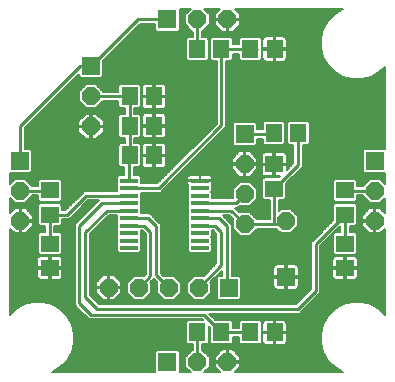
<source format=gtl>
G75*
%MOIN*%
%OFA0B0*%
%FSLAX25Y25*%
%IPPOS*%
%LPD*%
%AMOC8*
5,1,8,0,0,1.08239X$1,22.5*
%
%ADD10R,0.05906X0.05512*%
%ADD11R,0.05512X0.05906*%
%ADD12R,0.05937X0.05937*%
%ADD13OC8,0.05937*%
%ADD14R,0.05906X0.01378*%
%ADD15C,0.01000*%
%ADD16C,0.00500*%
D10*
X0020717Y0042272D03*
X0020717Y0050343D03*
X0020717Y0059988D03*
X0020717Y0068059D03*
X0095520Y0068650D03*
X0095520Y0076720D03*
X0119142Y0068059D03*
X0119142Y0059988D03*
X0119142Y0050343D03*
X0119142Y0042272D03*
D11*
X0095618Y0020717D03*
X0087547Y0020717D03*
X0077902Y0020717D03*
X0069831Y0020717D03*
X0055461Y0079772D03*
X0047390Y0079772D03*
X0047390Y0089614D03*
X0055461Y0089614D03*
X0055461Y0099457D03*
X0047390Y0099457D03*
X0069831Y0115205D03*
X0077902Y0115205D03*
X0087547Y0115205D03*
X0095618Y0115205D03*
X0095421Y0087252D03*
X0103492Y0087252D03*
D12*
X0085677Y0086898D03*
X0059929Y0125047D03*
X0034496Y0109457D03*
X0010874Y0077961D03*
X0059929Y0010874D03*
X0080323Y0035638D03*
X0099417Y0039220D03*
X0128984Y0077961D03*
D13*
X0128984Y0067961D03*
X0128984Y0057961D03*
X0099417Y0057803D03*
X0085677Y0056898D03*
X0085677Y0066898D03*
X0085677Y0076898D03*
X0070323Y0035638D03*
X0060323Y0035638D03*
X0050323Y0035638D03*
X0040323Y0035638D03*
X0069929Y0010874D03*
X0079929Y0010874D03*
X0010874Y0057961D03*
X0010874Y0067961D03*
X0034496Y0089457D03*
X0034496Y0099457D03*
X0069929Y0125047D03*
X0079929Y0125047D03*
D14*
X0070717Y0071337D03*
X0070717Y0068837D03*
X0070717Y0066337D03*
X0070717Y0063837D03*
X0070717Y0061337D03*
X0070717Y0058837D03*
X0070717Y0056337D03*
X0070717Y0053837D03*
X0070717Y0051337D03*
X0070717Y0048837D03*
X0047094Y0048837D03*
X0047094Y0051337D03*
X0047094Y0053837D03*
X0047094Y0056337D03*
X0047094Y0058837D03*
X0047094Y0061337D03*
X0047094Y0063837D03*
X0047094Y0066337D03*
X0047094Y0068837D03*
X0047094Y0071337D03*
D15*
X0047094Y0079772D01*
X0047390Y0079772D01*
X0047390Y0089614D01*
X0047390Y0099457D01*
X0034496Y0099457D01*
X0034496Y0109457D02*
X0030717Y0109457D01*
X0010874Y0089614D01*
X0010874Y0077961D01*
X0010874Y0067961D02*
X0020618Y0067961D01*
X0020717Y0068059D01*
X0020717Y0059988D02*
X0026524Y0059988D01*
X0032872Y0066337D01*
X0047094Y0066337D01*
X0047094Y0068837D02*
X0057026Y0068837D01*
X0077902Y0089713D01*
X0077902Y0115205D01*
X0087547Y0115205D01*
X0089614Y0115205D01*
X0069929Y0115303D02*
X0069831Y0115205D01*
X0069929Y0115303D02*
X0069929Y0125047D01*
X0059929Y0125047D02*
X0050087Y0125047D01*
X0034496Y0109457D01*
X0038246Y0063837D02*
X0047094Y0063837D01*
X0047094Y0061337D02*
X0039683Y0061337D01*
X0032528Y0054181D01*
X0032528Y0032528D01*
X0036465Y0028591D01*
X0103394Y0028591D01*
X0109299Y0034496D01*
X0109299Y0050146D01*
X0119142Y0059988D01*
X0119142Y0050343D01*
X0119240Y0067961D02*
X0119142Y0068059D01*
X0119240Y0067961D02*
X0128984Y0067961D01*
X0103492Y0076622D02*
X0095520Y0068650D01*
X0095520Y0056898D01*
X0098512Y0056898D01*
X0099417Y0057803D01*
X0095520Y0056898D02*
X0085677Y0056898D01*
X0081238Y0061337D01*
X0070717Y0061337D01*
X0070717Y0063837D02*
X0082616Y0063837D01*
X0085677Y0066898D01*
X0077085Y0058837D02*
X0079772Y0056150D01*
X0079772Y0036189D01*
X0080323Y0035638D01*
X0077803Y0043118D02*
X0070323Y0035638D01*
X0077803Y0043118D02*
X0077803Y0054181D01*
X0075648Y0056337D01*
X0070717Y0056337D01*
X0070717Y0058837D02*
X0077085Y0058837D01*
X0056150Y0056150D02*
X0056150Y0039811D01*
X0060323Y0035638D01*
X0054181Y0039496D02*
X0050323Y0035638D01*
X0054181Y0039496D02*
X0054181Y0054181D01*
X0052026Y0056337D01*
X0047094Y0056337D01*
X0047094Y0058837D02*
X0053463Y0058837D01*
X0056150Y0056150D01*
X0038246Y0063837D02*
X0030559Y0056150D01*
X0030559Y0030559D01*
X0034496Y0026622D01*
X0071996Y0026622D01*
X0077902Y0020717D01*
X0087547Y0020717D01*
X0069929Y0020618D02*
X0069929Y0010874D01*
X0069929Y0020618D02*
X0069831Y0020717D01*
X0020717Y0050343D02*
X0020717Y0059988D01*
X0085677Y0086898D02*
X0095067Y0086898D01*
X0095421Y0087252D01*
X0103492Y0087252D02*
X0103492Y0076622D01*
D16*
X0024224Y0009046D02*
X0021545Y0007500D01*
X0055911Y0007500D01*
X0055911Y0014277D01*
X0056526Y0014893D01*
X0063333Y0014893D01*
X0063948Y0014277D01*
X0063948Y0007500D01*
X0067620Y0007500D01*
X0065911Y0009209D01*
X0065911Y0012539D01*
X0068265Y0014893D01*
X0068379Y0014893D01*
X0068379Y0016714D01*
X0066640Y0016714D01*
X0066025Y0017329D01*
X0066025Y0024104D01*
X0066640Y0024719D01*
X0071707Y0024719D01*
X0071354Y0025072D01*
X0033854Y0025072D01*
X0029917Y0029009D01*
X0029009Y0029917D01*
X0029009Y0056792D01*
X0036696Y0064479D01*
X0037004Y0064787D01*
X0033514Y0064787D01*
X0028074Y0059346D01*
X0028074Y0059346D01*
X0027166Y0058438D01*
X0024719Y0058438D01*
X0024719Y0056797D01*
X0024104Y0056182D01*
X0022267Y0056182D01*
X0022267Y0054148D01*
X0024104Y0054148D01*
X0024719Y0053533D01*
X0024719Y0047152D01*
X0024104Y0046537D01*
X0017329Y0046537D01*
X0016714Y0047152D01*
X0016714Y0053533D01*
X0017329Y0054148D01*
X0019167Y0054148D01*
X0019167Y0056182D01*
X0017329Y0056182D01*
X0016714Y0056797D01*
X0016714Y0063179D01*
X0017329Y0063794D01*
X0024104Y0063794D01*
X0024719Y0063179D01*
X0024719Y0061538D01*
X0025882Y0061538D01*
X0031322Y0066979D01*
X0031322Y0066979D01*
X0032230Y0067887D01*
X0043092Y0067887D01*
X0043092Y0069961D01*
X0043218Y0070087D01*
X0043092Y0070213D01*
X0043092Y0072461D01*
X0043707Y0073076D01*
X0045544Y0073076D01*
X0045544Y0075769D01*
X0044199Y0075769D01*
X0043584Y0076384D01*
X0043584Y0083159D01*
X0044199Y0083774D01*
X0045840Y0083774D01*
X0045840Y0085611D01*
X0044199Y0085611D01*
X0043584Y0086226D01*
X0043584Y0093002D01*
X0044199Y0093617D01*
X0045840Y0093617D01*
X0045840Y0095454D01*
X0044199Y0095454D01*
X0043584Y0096069D01*
X0043584Y0097907D01*
X0038515Y0097907D01*
X0038515Y0097792D01*
X0036161Y0095438D01*
X0032832Y0095438D01*
X0030478Y0097792D01*
X0030478Y0101121D01*
X0032832Y0103475D01*
X0036161Y0103475D01*
X0038515Y0101121D01*
X0038515Y0101007D01*
X0043584Y0101007D01*
X0043584Y0102844D01*
X0044199Y0103459D01*
X0050581Y0103459D01*
X0051196Y0102844D01*
X0051196Y0096069D01*
X0050581Y0095454D01*
X0048940Y0095454D01*
X0048940Y0093617D01*
X0050581Y0093617D01*
X0051196Y0093002D01*
X0051196Y0086226D01*
X0050581Y0085611D01*
X0048940Y0085611D01*
X0048940Y0083774D01*
X0050581Y0083774D01*
X0051196Y0083159D01*
X0051196Y0076384D01*
X0050581Y0075769D01*
X0048644Y0075769D01*
X0048644Y0073076D01*
X0050482Y0073076D01*
X0051097Y0072461D01*
X0051097Y0070387D01*
X0056384Y0070387D01*
X0076352Y0090355D01*
X0076352Y0111202D01*
X0074711Y0111202D01*
X0074096Y0111817D01*
X0074096Y0118592D01*
X0074711Y0119207D01*
X0081092Y0119207D01*
X0081707Y0118592D01*
X0081707Y0116755D01*
X0083741Y0116755D01*
X0083741Y0118592D01*
X0084356Y0119207D01*
X0090738Y0119207D01*
X0091353Y0118592D01*
X0091353Y0111817D01*
X0090738Y0111202D01*
X0084356Y0111202D01*
X0083741Y0111817D01*
X0083741Y0113655D01*
X0081707Y0113655D01*
X0081707Y0111817D01*
X0081092Y0111202D01*
X0079452Y0111202D01*
X0079452Y0089071D01*
X0058576Y0068195D01*
X0057668Y0067287D01*
X0051097Y0067287D01*
X0051097Y0065213D01*
X0050971Y0065087D01*
X0051097Y0064961D01*
X0051097Y0062713D01*
X0050971Y0062587D01*
X0051097Y0062461D01*
X0051097Y0060387D01*
X0054105Y0060387D01*
X0056792Y0057700D01*
X0057700Y0056792D01*
X0057700Y0040453D01*
X0058577Y0039575D01*
X0058658Y0039656D01*
X0061987Y0039656D01*
X0064341Y0037302D01*
X0064341Y0033973D01*
X0061987Y0031619D01*
X0058658Y0031619D01*
X0056304Y0033973D01*
X0056304Y0037302D01*
X0056385Y0037383D01*
X0055323Y0038446D01*
X0054260Y0037383D01*
X0054341Y0037302D01*
X0054341Y0033973D01*
X0051987Y0031619D01*
X0048658Y0031619D01*
X0046304Y0033973D01*
X0046304Y0037302D01*
X0048658Y0039656D01*
X0051987Y0039656D01*
X0052068Y0039575D01*
X0052631Y0040138D01*
X0052631Y0053539D01*
X0051384Y0054787D01*
X0051097Y0054787D01*
X0051097Y0052713D01*
X0050971Y0052587D01*
X0051097Y0052461D01*
X0051097Y0050213D01*
X0050971Y0050087D01*
X0051097Y0049961D01*
X0051097Y0047713D01*
X0050482Y0047098D01*
X0043707Y0047098D01*
X0043092Y0047713D01*
X0043092Y0049961D01*
X0043218Y0050087D01*
X0043092Y0050213D01*
X0043092Y0052461D01*
X0043218Y0052587D01*
X0043092Y0052713D01*
X0043092Y0054961D01*
X0043218Y0055087D01*
X0043092Y0055213D01*
X0043092Y0057461D01*
X0043218Y0057587D01*
X0043092Y0057713D01*
X0043092Y0059787D01*
X0040325Y0059787D01*
X0034078Y0053539D01*
X0034078Y0033170D01*
X0037107Y0030141D01*
X0102752Y0030141D01*
X0107749Y0035138D01*
X0107749Y0050788D01*
X0108657Y0051696D01*
X0115139Y0058177D01*
X0115139Y0063179D01*
X0115754Y0063794D01*
X0122529Y0063794D01*
X0123144Y0063179D01*
X0123144Y0056797D01*
X0122529Y0056182D01*
X0120692Y0056182D01*
X0120692Y0054148D01*
X0122529Y0054148D01*
X0123144Y0053533D01*
X0123144Y0047152D01*
X0122529Y0046537D01*
X0115754Y0046537D01*
X0115139Y0047152D01*
X0115139Y0053533D01*
X0115754Y0054148D01*
X0117592Y0054148D01*
X0117592Y0056182D01*
X0117528Y0056182D01*
X0110849Y0049504D01*
X0110849Y0033854D01*
X0104944Y0027949D01*
X0104036Y0027041D01*
X0073770Y0027041D01*
X0076091Y0024719D01*
X0081092Y0024719D01*
X0081707Y0024104D01*
X0081707Y0022267D01*
X0083741Y0022267D01*
X0083741Y0024104D01*
X0084356Y0024719D01*
X0090738Y0024719D01*
X0091353Y0024104D01*
X0091353Y0017329D01*
X0090738Y0016714D01*
X0084356Y0016714D01*
X0083741Y0017329D01*
X0083741Y0019167D01*
X0081707Y0019167D01*
X0081707Y0017329D01*
X0081092Y0016714D01*
X0074711Y0016714D01*
X0074096Y0017329D01*
X0074096Y0022330D01*
X0073637Y0022789D01*
X0073637Y0017329D01*
X0073022Y0016714D01*
X0071479Y0016714D01*
X0071479Y0014893D01*
X0071594Y0014893D01*
X0073948Y0012539D01*
X0073948Y0009209D01*
X0072238Y0007500D01*
X0077337Y0007500D01*
X0075711Y0009127D01*
X0075711Y0010624D01*
X0079679Y0010624D01*
X0079679Y0011124D01*
X0075711Y0011124D01*
X0075711Y0012621D01*
X0078182Y0015093D01*
X0079679Y0015093D01*
X0079679Y0011124D01*
X0080179Y0011124D01*
X0080179Y0015093D01*
X0081676Y0015093D01*
X0084148Y0012621D01*
X0084148Y0011124D01*
X0080179Y0011124D01*
X0080179Y0010624D01*
X0084148Y0010624D01*
X0084148Y0009127D01*
X0082521Y0007500D01*
X0118313Y0007500D01*
X0115634Y0009046D01*
X0113377Y0011304D01*
X0111781Y0014068D01*
X0110955Y0017152D01*
X0110955Y0020344D01*
X0111781Y0023428D01*
X0113377Y0026192D01*
X0115634Y0028450D01*
X0118399Y0030046D01*
X0121483Y0030872D01*
X0124675Y0030872D01*
X0127758Y0030046D01*
X0130523Y0028450D01*
X0132358Y0026614D01*
X0132358Y0055369D01*
X0130732Y0053742D01*
X0129234Y0053742D01*
X0129234Y0057711D01*
X0128734Y0057711D01*
X0124766Y0057711D01*
X0124766Y0056213D01*
X0127237Y0053742D01*
X0128734Y0053742D01*
X0128734Y0057711D01*
X0128734Y0058211D01*
X0128734Y0062179D01*
X0127237Y0062179D01*
X0124766Y0059708D01*
X0124766Y0058211D01*
X0128734Y0058211D01*
X0129234Y0058211D01*
X0129234Y0062179D01*
X0130732Y0062179D01*
X0132358Y0060552D01*
X0132358Y0065652D01*
X0130649Y0063942D01*
X0127320Y0063942D01*
X0124966Y0066296D01*
X0124966Y0066411D01*
X0123144Y0066411D01*
X0123144Y0064868D01*
X0122529Y0064253D01*
X0115754Y0064253D01*
X0115139Y0064868D01*
X0115139Y0071250D01*
X0115754Y0071865D01*
X0122529Y0071865D01*
X0123144Y0071250D01*
X0123144Y0069511D01*
X0124966Y0069511D01*
X0124966Y0069625D01*
X0127320Y0071979D01*
X0130649Y0071979D01*
X0132358Y0070270D01*
X0132358Y0073942D01*
X0125581Y0073942D01*
X0124966Y0074557D01*
X0124966Y0081364D01*
X0125581Y0081979D01*
X0132358Y0081979D01*
X0132358Y0109307D01*
X0130523Y0107472D01*
X0127758Y0105875D01*
X0124675Y0105049D01*
X0121483Y0105049D01*
X0118399Y0105875D01*
X0115634Y0107472D01*
X0113377Y0109729D01*
X0111781Y0112494D01*
X0110955Y0115577D01*
X0110955Y0118769D01*
X0111781Y0121853D01*
X0113377Y0124618D01*
X0115634Y0126875D01*
X0118313Y0128421D01*
X0082521Y0128421D01*
X0084148Y0126795D01*
X0084148Y0125297D01*
X0080179Y0125297D01*
X0080179Y0124797D01*
X0080179Y0120829D01*
X0081676Y0120829D01*
X0084148Y0123300D01*
X0084148Y0124797D01*
X0080179Y0124797D01*
X0079679Y0124797D01*
X0079679Y0120829D01*
X0078182Y0120829D01*
X0075711Y0123300D01*
X0075711Y0124797D01*
X0079679Y0124797D01*
X0079679Y0125297D01*
X0075711Y0125297D01*
X0075711Y0126795D01*
X0077337Y0128421D01*
X0072238Y0128421D01*
X0073948Y0126712D01*
X0073948Y0123383D01*
X0071594Y0121029D01*
X0071479Y0121029D01*
X0071479Y0119207D01*
X0073022Y0119207D01*
X0073637Y0118592D01*
X0073637Y0111817D01*
X0073022Y0111202D01*
X0066640Y0111202D01*
X0066025Y0111817D01*
X0066025Y0118592D01*
X0066640Y0119207D01*
X0068379Y0119207D01*
X0068379Y0121029D01*
X0068265Y0121029D01*
X0065911Y0123383D01*
X0065911Y0126712D01*
X0067620Y0128421D01*
X0063948Y0128421D01*
X0063948Y0121644D01*
X0063333Y0121029D01*
X0056526Y0121029D01*
X0055911Y0121644D01*
X0055911Y0123497D01*
X0050729Y0123497D01*
X0038515Y0111283D01*
X0038515Y0106053D01*
X0037899Y0105438D01*
X0031093Y0105438D01*
X0030478Y0106053D01*
X0030478Y0107026D01*
X0012424Y0088972D01*
X0012424Y0081979D01*
X0014277Y0081979D01*
X0014893Y0081364D01*
X0014893Y0074557D01*
X0014277Y0073942D01*
X0007500Y0073942D01*
X0007500Y0070270D01*
X0009209Y0071979D01*
X0012539Y0071979D01*
X0014893Y0069625D01*
X0014893Y0069511D01*
X0016714Y0069511D01*
X0016714Y0071250D01*
X0017329Y0071865D01*
X0024104Y0071865D01*
X0024719Y0071250D01*
X0024719Y0064868D01*
X0024104Y0064253D01*
X0017329Y0064253D01*
X0016714Y0064868D01*
X0016714Y0066411D01*
X0014893Y0066411D01*
X0014893Y0066296D01*
X0012539Y0063942D01*
X0009209Y0063942D01*
X0007500Y0065652D01*
X0007500Y0060552D01*
X0009127Y0062179D01*
X0010624Y0062179D01*
X0010624Y0058211D01*
X0011124Y0058211D01*
X0011124Y0062179D01*
X0012621Y0062179D01*
X0015093Y0059708D01*
X0015093Y0058211D01*
X0011124Y0058211D01*
X0011124Y0057711D01*
X0015093Y0057711D01*
X0015093Y0056213D01*
X0012621Y0053742D01*
X0011124Y0053742D01*
X0011124Y0057711D01*
X0010624Y0057711D01*
X0010624Y0053742D01*
X0009127Y0053742D01*
X0007500Y0055369D01*
X0007500Y0026614D01*
X0009335Y0028450D01*
X0012100Y0030046D01*
X0015183Y0030872D01*
X0018376Y0030872D01*
X0021459Y0030046D01*
X0024224Y0028450D01*
X0026481Y0026192D01*
X0028077Y0023428D01*
X0028904Y0020344D01*
X0028904Y0017152D01*
X0028077Y0014068D01*
X0026481Y0011304D01*
X0024224Y0009046D01*
X0024113Y0008982D02*
X0055911Y0008982D01*
X0055911Y0008484D02*
X0023249Y0008484D01*
X0022386Y0007985D02*
X0055911Y0007985D01*
X0055911Y0009481D02*
X0024658Y0009481D01*
X0025157Y0009979D02*
X0055911Y0009979D01*
X0055911Y0010478D02*
X0025655Y0010478D01*
X0026154Y0010976D02*
X0055911Y0010976D01*
X0055911Y0011475D02*
X0026580Y0011475D01*
X0026868Y0011973D02*
X0055911Y0011973D01*
X0055911Y0012472D02*
X0027155Y0012472D01*
X0027443Y0012970D02*
X0055911Y0012970D01*
X0055911Y0013469D02*
X0027731Y0013469D01*
X0028019Y0013967D02*
X0055911Y0013967D01*
X0056099Y0014466D02*
X0028184Y0014466D01*
X0028317Y0014964D02*
X0068379Y0014964D01*
X0068379Y0015463D02*
X0028451Y0015463D01*
X0028585Y0015961D02*
X0068379Y0015961D01*
X0068379Y0016460D02*
X0028718Y0016460D01*
X0028852Y0016958D02*
X0066395Y0016958D01*
X0066025Y0017457D02*
X0028904Y0017457D01*
X0028904Y0017955D02*
X0066025Y0017955D01*
X0066025Y0018454D02*
X0028904Y0018454D01*
X0028904Y0018952D02*
X0066025Y0018952D01*
X0066025Y0019451D02*
X0028904Y0019451D01*
X0028904Y0019949D02*
X0066025Y0019949D01*
X0066025Y0020448D02*
X0028876Y0020448D01*
X0028742Y0020946D02*
X0066025Y0020946D01*
X0066025Y0021445D02*
X0028609Y0021445D01*
X0028475Y0021943D02*
X0066025Y0021943D01*
X0066025Y0022442D02*
X0028341Y0022442D01*
X0028208Y0022940D02*
X0066025Y0022940D01*
X0066025Y0023439D02*
X0028071Y0023439D01*
X0027783Y0023937D02*
X0066025Y0023937D01*
X0066357Y0024436D02*
X0027495Y0024436D01*
X0027207Y0024934D02*
X0071492Y0024934D01*
X0073882Y0026929D02*
X0114113Y0026929D01*
X0114612Y0027427D02*
X0104422Y0027427D01*
X0104921Y0027926D02*
X0115110Y0027926D01*
X0115609Y0028424D02*
X0105419Y0028424D01*
X0105918Y0028923D02*
X0116454Y0028923D01*
X0117317Y0029421D02*
X0106416Y0029421D01*
X0106915Y0029920D02*
X0118180Y0029920D01*
X0119789Y0030418D02*
X0107413Y0030418D01*
X0107912Y0030917D02*
X0132358Y0030917D01*
X0132358Y0031415D02*
X0108410Y0031415D01*
X0108909Y0031914D02*
X0132358Y0031914D01*
X0132358Y0032412D02*
X0109407Y0032412D01*
X0109906Y0032911D02*
X0132358Y0032911D01*
X0132358Y0033409D02*
X0110404Y0033409D01*
X0110849Y0033908D02*
X0132358Y0033908D01*
X0132358Y0034406D02*
X0110849Y0034406D01*
X0110849Y0034905D02*
X0132358Y0034905D01*
X0132358Y0035403D02*
X0110849Y0035403D01*
X0110849Y0035902D02*
X0132358Y0035902D01*
X0132358Y0036400D02*
X0110849Y0036400D01*
X0110849Y0036899D02*
X0132358Y0036899D01*
X0132358Y0037397D02*
X0110849Y0037397D01*
X0110849Y0037896D02*
X0132358Y0037896D01*
X0132358Y0038394D02*
X0122652Y0038394D01*
X0122577Y0038351D02*
X0122862Y0038516D01*
X0123095Y0038748D01*
X0123259Y0039033D01*
X0123344Y0039351D01*
X0123344Y0042022D01*
X0119392Y0042022D01*
X0119392Y0042522D01*
X0118892Y0042522D01*
X0118892Y0046278D01*
X0116024Y0046278D01*
X0115706Y0046192D01*
X0115421Y0046028D01*
X0115189Y0045795D01*
X0115024Y0045510D01*
X0114939Y0045192D01*
X0114939Y0042522D01*
X0118892Y0042522D01*
X0118892Y0042022D01*
X0114939Y0042022D01*
X0114939Y0039351D01*
X0115024Y0039033D01*
X0115189Y0038748D01*
X0115421Y0038516D01*
X0115706Y0038351D01*
X0116024Y0038266D01*
X0118892Y0038266D01*
X0118892Y0042022D01*
X0119392Y0042022D01*
X0119392Y0038266D01*
X0122259Y0038266D01*
X0122577Y0038351D01*
X0123178Y0038893D02*
X0132358Y0038893D01*
X0132358Y0039391D02*
X0123344Y0039391D01*
X0123344Y0039890D02*
X0132358Y0039890D01*
X0132358Y0040388D02*
X0123344Y0040388D01*
X0123344Y0040887D02*
X0132358Y0040887D01*
X0132358Y0041385D02*
X0123344Y0041385D01*
X0123344Y0041884D02*
X0132358Y0041884D01*
X0132358Y0042382D02*
X0119392Y0042382D01*
X0119392Y0042522D02*
X0123344Y0042522D01*
X0123344Y0045192D01*
X0123259Y0045510D01*
X0123095Y0045795D01*
X0122862Y0046028D01*
X0122577Y0046192D01*
X0122259Y0046278D01*
X0119392Y0046278D01*
X0119392Y0042522D01*
X0119392Y0042881D02*
X0118892Y0042881D01*
X0118892Y0043379D02*
X0119392Y0043379D01*
X0119392Y0043878D02*
X0118892Y0043878D01*
X0118892Y0044376D02*
X0119392Y0044376D01*
X0119392Y0044875D02*
X0118892Y0044875D01*
X0118892Y0045373D02*
X0119392Y0045373D01*
X0119392Y0045872D02*
X0118892Y0045872D01*
X0122862Y0046869D02*
X0132358Y0046869D01*
X0132358Y0046370D02*
X0110849Y0046370D01*
X0110849Y0045872D02*
X0115266Y0045872D01*
X0114988Y0045373D02*
X0110849Y0045373D01*
X0110849Y0044875D02*
X0114939Y0044875D01*
X0114939Y0044376D02*
X0110849Y0044376D01*
X0110849Y0043878D02*
X0114939Y0043878D01*
X0114939Y0043379D02*
X0110849Y0043379D01*
X0110849Y0042881D02*
X0114939Y0042881D01*
X0114939Y0041884D02*
X0110849Y0041884D01*
X0110849Y0042382D02*
X0118892Y0042382D01*
X0118892Y0041884D02*
X0119392Y0041884D01*
X0119392Y0041385D02*
X0118892Y0041385D01*
X0118892Y0040887D02*
X0119392Y0040887D01*
X0119392Y0040388D02*
X0118892Y0040388D01*
X0118892Y0039890D02*
X0119392Y0039890D01*
X0119392Y0039391D02*
X0118892Y0039391D01*
X0118892Y0038893D02*
X0119392Y0038893D01*
X0119392Y0038394D02*
X0118892Y0038394D01*
X0115631Y0038394D02*
X0110849Y0038394D01*
X0110849Y0038893D02*
X0115105Y0038893D01*
X0114939Y0039391D02*
X0110849Y0039391D01*
X0110849Y0039890D02*
X0114939Y0039890D01*
X0114939Y0040388D02*
X0110849Y0040388D01*
X0110849Y0040887D02*
X0114939Y0040887D01*
X0114939Y0041385D02*
X0110849Y0041385D01*
X0107749Y0041385D02*
X0103636Y0041385D01*
X0103636Y0040887D02*
X0107749Y0040887D01*
X0107749Y0040388D02*
X0103636Y0040388D01*
X0103636Y0039890D02*
X0107749Y0039890D01*
X0107749Y0039391D02*
X0099667Y0039391D01*
X0099667Y0039470D02*
X0103636Y0039470D01*
X0103636Y0042354D01*
X0103551Y0042671D01*
X0103386Y0042956D01*
X0103153Y0043189D01*
X0102868Y0043354D01*
X0102550Y0043439D01*
X0099667Y0043439D01*
X0099667Y0039471D01*
X0099167Y0039471D01*
X0099167Y0043439D01*
X0096284Y0043439D01*
X0095966Y0043354D01*
X0095681Y0043189D01*
X0095449Y0042956D01*
X0095284Y0042671D01*
X0095199Y0042354D01*
X0095199Y0039470D01*
X0099167Y0039470D01*
X0099167Y0038970D01*
X0099667Y0038970D01*
X0099667Y0035002D01*
X0102550Y0035002D01*
X0102868Y0035087D01*
X0103153Y0035252D01*
X0103386Y0035484D01*
X0103551Y0035769D01*
X0103636Y0036087D01*
X0103636Y0038970D01*
X0099667Y0038970D01*
X0099667Y0039470D01*
X0099667Y0039890D02*
X0099167Y0039890D01*
X0099167Y0040388D02*
X0099667Y0040388D01*
X0099667Y0040887D02*
X0099167Y0040887D01*
X0099167Y0041385D02*
X0099667Y0041385D01*
X0099667Y0041884D02*
X0099167Y0041884D01*
X0099167Y0042382D02*
X0099667Y0042382D01*
X0099667Y0042881D02*
X0099167Y0042881D01*
X0099167Y0043379D02*
X0099667Y0043379D01*
X0102773Y0043379D02*
X0107749Y0043379D01*
X0107749Y0042881D02*
X0103430Y0042881D01*
X0103628Y0042382D02*
X0107749Y0042382D01*
X0107749Y0041884D02*
X0103636Y0041884D01*
X0103636Y0038893D02*
X0107749Y0038893D01*
X0107749Y0038394D02*
X0103636Y0038394D01*
X0103636Y0037896D02*
X0107749Y0037896D01*
X0107749Y0037397D02*
X0103636Y0037397D01*
X0103636Y0036899D02*
X0107749Y0036899D01*
X0107749Y0036400D02*
X0103636Y0036400D01*
X0103586Y0035902D02*
X0107749Y0035902D01*
X0107749Y0035403D02*
X0103305Y0035403D01*
X0105522Y0032911D02*
X0084341Y0032911D01*
X0084341Y0033409D02*
X0106020Y0033409D01*
X0106519Y0033908D02*
X0084341Y0033908D01*
X0084341Y0034406D02*
X0107017Y0034406D01*
X0107516Y0034905D02*
X0084341Y0034905D01*
X0084341Y0035403D02*
X0095530Y0035403D01*
X0095449Y0035484D02*
X0095681Y0035252D01*
X0095966Y0035087D01*
X0096284Y0035002D01*
X0099167Y0035002D01*
X0099167Y0038970D01*
X0095199Y0038970D01*
X0095199Y0036087D01*
X0095284Y0035769D01*
X0095449Y0035484D01*
X0095249Y0035902D02*
X0084341Y0035902D01*
X0084341Y0036400D02*
X0095199Y0036400D01*
X0095199Y0036899D02*
X0084341Y0036899D01*
X0084341Y0037397D02*
X0095199Y0037397D01*
X0095199Y0037896D02*
X0084341Y0037896D01*
X0084341Y0038394D02*
X0095199Y0038394D01*
X0095199Y0038893D02*
X0084341Y0038893D01*
X0084341Y0039041D02*
X0083726Y0039656D01*
X0081322Y0039656D01*
X0081322Y0056792D01*
X0080414Y0057700D01*
X0078327Y0059787D01*
X0080596Y0059787D01*
X0081740Y0058643D01*
X0081659Y0058562D01*
X0081659Y0055233D01*
X0084013Y0052879D01*
X0087342Y0052879D01*
X0089696Y0055233D01*
X0089696Y0055348D01*
X0096190Y0055348D01*
X0097753Y0053785D01*
X0101082Y0053785D01*
X0103436Y0056139D01*
X0103436Y0059468D01*
X0101082Y0061822D01*
X0097753Y0061822D01*
X0097070Y0061138D01*
X0097070Y0064844D01*
X0098907Y0064844D01*
X0099522Y0065459D01*
X0099522Y0070460D01*
X0105042Y0075980D01*
X0105042Y0083249D01*
X0106683Y0083249D01*
X0107298Y0083864D01*
X0107298Y0090640D01*
X0106683Y0091255D01*
X0100301Y0091255D01*
X0099686Y0090640D01*
X0099686Y0083864D01*
X0100301Y0083249D01*
X0101942Y0083249D01*
X0101942Y0077264D01*
X0099722Y0075044D01*
X0099722Y0076470D01*
X0095770Y0076470D01*
X0095770Y0072715D01*
X0097393Y0072715D01*
X0097134Y0072455D01*
X0092132Y0072455D01*
X0091517Y0071840D01*
X0091517Y0065459D01*
X0092132Y0064844D01*
X0093970Y0064844D01*
X0093970Y0058448D01*
X0089696Y0058448D01*
X0089696Y0058562D01*
X0087342Y0060916D01*
X0084013Y0060916D01*
X0083932Y0060835D01*
X0082480Y0062287D01*
X0083258Y0062287D01*
X0083932Y0062960D01*
X0084013Y0062879D01*
X0087342Y0062879D01*
X0089696Y0065233D01*
X0089696Y0068562D01*
X0087342Y0070916D01*
X0084013Y0070916D01*
X0081659Y0068562D01*
X0081659Y0065387D01*
X0074719Y0065387D01*
X0074719Y0067461D01*
X0074593Y0067587D01*
X0074719Y0067713D01*
X0074719Y0069961D01*
X0074717Y0069963D01*
X0074834Y0070165D01*
X0074919Y0070483D01*
X0074919Y0071242D01*
X0070811Y0071242D01*
X0070811Y0071431D01*
X0074919Y0071431D01*
X0074919Y0072190D01*
X0074834Y0072508D01*
X0074670Y0072793D01*
X0074437Y0073026D01*
X0074152Y0073190D01*
X0073834Y0073276D01*
X0070811Y0073276D01*
X0070811Y0071431D01*
X0070622Y0071431D01*
X0070622Y0071242D01*
X0066514Y0071242D01*
X0066514Y0070483D01*
X0066599Y0070165D01*
X0066716Y0069963D01*
X0066714Y0069961D01*
X0066714Y0067713D01*
X0066840Y0067587D01*
X0066714Y0067461D01*
X0066714Y0065213D01*
X0066840Y0065087D01*
X0066714Y0064961D01*
X0066714Y0062713D01*
X0066840Y0062587D01*
X0066714Y0062461D01*
X0066714Y0060213D01*
X0066840Y0060087D01*
X0066714Y0059961D01*
X0066714Y0057713D01*
X0066840Y0057587D01*
X0066714Y0057461D01*
X0066714Y0055213D01*
X0066840Y0055087D01*
X0066714Y0054961D01*
X0066714Y0052713D01*
X0066840Y0052587D01*
X0066714Y0052461D01*
X0066714Y0050213D01*
X0066840Y0050087D01*
X0066714Y0049961D01*
X0066714Y0047713D01*
X0067329Y0047098D01*
X0074104Y0047098D01*
X0074719Y0047713D01*
X0074719Y0049961D01*
X0074593Y0050087D01*
X0074719Y0050213D01*
X0074719Y0052461D01*
X0074593Y0052587D01*
X0074719Y0052713D01*
X0074719Y0054787D01*
X0075006Y0054787D01*
X0076253Y0053539D01*
X0076253Y0043760D01*
X0072068Y0039575D01*
X0071987Y0039656D01*
X0068658Y0039656D01*
X0066304Y0037302D01*
X0066304Y0033973D01*
X0068658Y0031619D01*
X0071987Y0031619D01*
X0074341Y0033973D01*
X0074341Y0037302D01*
X0074260Y0037383D01*
X0078222Y0041345D01*
X0078222Y0039656D01*
X0076919Y0039656D01*
X0076304Y0039041D01*
X0076304Y0032234D01*
X0076919Y0031619D01*
X0083726Y0031619D01*
X0084341Y0032234D01*
X0084341Y0039041D01*
X0083991Y0039391D02*
X0099167Y0039391D01*
X0099167Y0038893D02*
X0099667Y0038893D01*
X0099667Y0038394D02*
X0099167Y0038394D01*
X0099167Y0037896D02*
X0099667Y0037896D01*
X0099667Y0037397D02*
X0099167Y0037397D01*
X0099167Y0036899D02*
X0099667Y0036899D01*
X0099667Y0036400D02*
X0099167Y0036400D01*
X0099167Y0035902D02*
X0099667Y0035902D01*
X0099667Y0035403D02*
X0099167Y0035403D01*
X0095199Y0039890D02*
X0081322Y0039890D01*
X0081322Y0040388D02*
X0095199Y0040388D01*
X0095199Y0040887D02*
X0081322Y0040887D01*
X0081322Y0041385D02*
X0095199Y0041385D01*
X0095199Y0041884D02*
X0081322Y0041884D01*
X0081322Y0042382D02*
X0095207Y0042382D01*
X0095405Y0042881D02*
X0081322Y0042881D01*
X0081322Y0043379D02*
X0096062Y0043379D01*
X0087812Y0053350D02*
X0110311Y0053350D01*
X0110810Y0053848D02*
X0101145Y0053848D01*
X0101644Y0054347D02*
X0111308Y0054347D01*
X0111807Y0054845D02*
X0102142Y0054845D01*
X0102641Y0055344D02*
X0112305Y0055344D01*
X0112804Y0055842D02*
X0103139Y0055842D01*
X0103436Y0056341D02*
X0113302Y0056341D01*
X0113801Y0056839D02*
X0103436Y0056839D01*
X0103436Y0057338D02*
X0114299Y0057338D01*
X0114798Y0057836D02*
X0103436Y0057836D01*
X0103436Y0058335D02*
X0115139Y0058335D01*
X0115139Y0058833D02*
X0103436Y0058833D01*
X0103436Y0059332D02*
X0115139Y0059332D01*
X0115139Y0059830D02*
X0103073Y0059830D01*
X0102575Y0060329D02*
X0115139Y0060329D01*
X0115139Y0060827D02*
X0102076Y0060827D01*
X0101578Y0061326D02*
X0115139Y0061326D01*
X0115139Y0061824D02*
X0097070Y0061824D01*
X0097070Y0061326D02*
X0097257Y0061326D01*
X0097070Y0062323D02*
X0115139Y0062323D01*
X0115139Y0062821D02*
X0097070Y0062821D01*
X0097070Y0063320D02*
X0115280Y0063320D01*
X0115690Y0064317D02*
X0097070Y0064317D01*
X0097070Y0064815D02*
X0115192Y0064815D01*
X0115139Y0065314D02*
X0099378Y0065314D01*
X0099522Y0065812D02*
X0115139Y0065812D01*
X0115139Y0066311D02*
X0099522Y0066311D01*
X0099522Y0066809D02*
X0115139Y0066809D01*
X0115139Y0067308D02*
X0099522Y0067308D01*
X0099522Y0067806D02*
X0115139Y0067806D01*
X0115139Y0068305D02*
X0099522Y0068305D01*
X0099522Y0068803D02*
X0115139Y0068803D01*
X0115139Y0069302D02*
X0099522Y0069302D01*
X0099522Y0069801D02*
X0115139Y0069801D01*
X0115139Y0070299D02*
X0099522Y0070299D01*
X0099860Y0070798D02*
X0115139Y0070798D01*
X0115185Y0071296D02*
X0100358Y0071296D01*
X0100857Y0071795D02*
X0115684Y0071795D01*
X0122600Y0071795D02*
X0127135Y0071795D01*
X0126637Y0071296D02*
X0123098Y0071296D01*
X0123144Y0070798D02*
X0126138Y0070798D01*
X0125640Y0070299D02*
X0123144Y0070299D01*
X0123144Y0069801D02*
X0125141Y0069801D01*
X0124966Y0066311D02*
X0123144Y0066311D01*
X0123144Y0065812D02*
X0125449Y0065812D01*
X0125948Y0065314D02*
X0123144Y0065314D01*
X0123092Y0064815D02*
X0126446Y0064815D01*
X0126945Y0064317D02*
X0122593Y0064317D01*
X0123004Y0063320D02*
X0132358Y0063320D01*
X0132358Y0063818D02*
X0097070Y0063818D01*
X0093970Y0063818D02*
X0088281Y0063818D01*
X0087782Y0063320D02*
X0093970Y0063320D01*
X0093970Y0062821D02*
X0083793Y0062821D01*
X0083294Y0062323D02*
X0093970Y0062323D01*
X0093970Y0061824D02*
X0082942Y0061824D01*
X0083441Y0061326D02*
X0093970Y0061326D01*
X0093970Y0060827D02*
X0087430Y0060827D01*
X0087929Y0060329D02*
X0093970Y0060329D01*
X0093970Y0059830D02*
X0088428Y0059830D01*
X0088926Y0059332D02*
X0093970Y0059332D01*
X0093970Y0058833D02*
X0089425Y0058833D01*
X0089696Y0055344D02*
X0096194Y0055344D01*
X0096692Y0054845D02*
X0089308Y0054845D01*
X0088809Y0054347D02*
X0097191Y0054347D01*
X0097689Y0053848D02*
X0088311Y0053848D01*
X0083542Y0053350D02*
X0081322Y0053350D01*
X0081322Y0053848D02*
X0083044Y0053848D01*
X0082545Y0054347D02*
X0081322Y0054347D01*
X0081322Y0054845D02*
X0082047Y0054845D01*
X0081659Y0055344D02*
X0081322Y0055344D01*
X0081322Y0055842D02*
X0081659Y0055842D01*
X0081659Y0056341D02*
X0081322Y0056341D01*
X0081274Y0056839D02*
X0081659Y0056839D01*
X0081659Y0057338D02*
X0080776Y0057338D01*
X0080277Y0057836D02*
X0081659Y0057836D01*
X0081659Y0058335D02*
X0079779Y0058335D01*
X0079280Y0058833D02*
X0081549Y0058833D01*
X0081051Y0059332D02*
X0078781Y0059332D01*
X0075446Y0054347D02*
X0074719Y0054347D01*
X0074719Y0053848D02*
X0075944Y0053848D01*
X0076253Y0053350D02*
X0074719Y0053350D01*
X0074719Y0052851D02*
X0076253Y0052851D01*
X0076253Y0052353D02*
X0074719Y0052353D01*
X0074719Y0051854D02*
X0076253Y0051854D01*
X0076253Y0051356D02*
X0074719Y0051356D01*
X0074719Y0050857D02*
X0076253Y0050857D01*
X0076253Y0050359D02*
X0074719Y0050359D01*
X0074719Y0049860D02*
X0076253Y0049860D01*
X0076253Y0049362D02*
X0074719Y0049362D01*
X0074719Y0048863D02*
X0076253Y0048863D01*
X0076253Y0048365D02*
X0074719Y0048365D01*
X0074719Y0047866D02*
X0076253Y0047866D01*
X0076253Y0047368D02*
X0074374Y0047368D01*
X0076253Y0046869D02*
X0057700Y0046869D01*
X0057700Y0046370D02*
X0076253Y0046370D01*
X0076253Y0045872D02*
X0057700Y0045872D01*
X0057700Y0045373D02*
X0076253Y0045373D01*
X0076253Y0044875D02*
X0057700Y0044875D01*
X0057700Y0044376D02*
X0076253Y0044376D01*
X0076253Y0043878D02*
X0057700Y0043878D01*
X0057700Y0043379D02*
X0075872Y0043379D01*
X0075374Y0042881D02*
X0057700Y0042881D01*
X0057700Y0042382D02*
X0074875Y0042382D01*
X0074377Y0041884D02*
X0057700Y0041884D01*
X0057700Y0041385D02*
X0073878Y0041385D01*
X0073380Y0040887D02*
X0057700Y0040887D01*
X0057764Y0040388D02*
X0072881Y0040388D01*
X0072383Y0039890D02*
X0058263Y0039890D01*
X0055873Y0037896D02*
X0054773Y0037896D01*
X0055271Y0038394D02*
X0055374Y0038394D01*
X0056371Y0037397D02*
X0054274Y0037397D01*
X0054341Y0036899D02*
X0056304Y0036899D01*
X0056304Y0036400D02*
X0054341Y0036400D01*
X0054341Y0035902D02*
X0056304Y0035902D01*
X0056304Y0035403D02*
X0054341Y0035403D01*
X0054341Y0034905D02*
X0056304Y0034905D01*
X0056304Y0034406D02*
X0054341Y0034406D01*
X0054276Y0033908D02*
X0056370Y0033908D01*
X0056868Y0033409D02*
X0053777Y0033409D01*
X0053279Y0032911D02*
X0057367Y0032911D01*
X0057865Y0032412D02*
X0052780Y0032412D01*
X0052282Y0031914D02*
X0058364Y0031914D01*
X0062282Y0031914D02*
X0068364Y0031914D01*
X0067865Y0032412D02*
X0062780Y0032412D01*
X0063279Y0032911D02*
X0067367Y0032911D01*
X0066868Y0033409D02*
X0063777Y0033409D01*
X0064276Y0033908D02*
X0066370Y0033908D01*
X0066304Y0034406D02*
X0064341Y0034406D01*
X0064341Y0034905D02*
X0066304Y0034905D01*
X0066304Y0035403D02*
X0064341Y0035403D01*
X0064341Y0035902D02*
X0066304Y0035902D01*
X0066304Y0036400D02*
X0064341Y0036400D01*
X0064341Y0036899D02*
X0066304Y0036899D01*
X0066399Y0037397D02*
X0064246Y0037397D01*
X0063748Y0037896D02*
X0066898Y0037896D01*
X0067396Y0038394D02*
X0063249Y0038394D01*
X0062751Y0038893D02*
X0067895Y0038893D01*
X0068393Y0039391D02*
X0062252Y0039391D01*
X0057700Y0047368D02*
X0067059Y0047368D01*
X0066714Y0047866D02*
X0057700Y0047866D01*
X0057700Y0048365D02*
X0066714Y0048365D01*
X0066714Y0048863D02*
X0057700Y0048863D01*
X0057700Y0049362D02*
X0066714Y0049362D01*
X0066714Y0049860D02*
X0057700Y0049860D01*
X0057700Y0050359D02*
X0066714Y0050359D01*
X0066714Y0050857D02*
X0057700Y0050857D01*
X0057700Y0051356D02*
X0066714Y0051356D01*
X0066714Y0051854D02*
X0057700Y0051854D01*
X0057700Y0052353D02*
X0066714Y0052353D01*
X0066714Y0052851D02*
X0057700Y0052851D01*
X0057700Y0053350D02*
X0066714Y0053350D01*
X0066714Y0053848D02*
X0057700Y0053848D01*
X0057700Y0054347D02*
X0066714Y0054347D01*
X0066714Y0054845D02*
X0057700Y0054845D01*
X0057700Y0055344D02*
X0066714Y0055344D01*
X0066714Y0055842D02*
X0057700Y0055842D01*
X0057700Y0056341D02*
X0066714Y0056341D01*
X0066714Y0056839D02*
X0057652Y0056839D01*
X0057153Y0057338D02*
X0066714Y0057338D01*
X0066714Y0057836D02*
X0056655Y0057836D01*
X0056156Y0058335D02*
X0066714Y0058335D01*
X0066714Y0058833D02*
X0055658Y0058833D01*
X0055159Y0059332D02*
X0066714Y0059332D01*
X0066714Y0059830D02*
X0054661Y0059830D01*
X0054162Y0060329D02*
X0066714Y0060329D01*
X0066714Y0060827D02*
X0051097Y0060827D01*
X0051097Y0061326D02*
X0066714Y0061326D01*
X0066714Y0061824D02*
X0051097Y0061824D01*
X0051097Y0062323D02*
X0066714Y0062323D01*
X0066714Y0062821D02*
X0051097Y0062821D01*
X0051097Y0063320D02*
X0066714Y0063320D01*
X0066714Y0063818D02*
X0051097Y0063818D01*
X0051097Y0064317D02*
X0066714Y0064317D01*
X0066714Y0064815D02*
X0051097Y0064815D01*
X0051097Y0065314D02*
X0066714Y0065314D01*
X0066714Y0065812D02*
X0051097Y0065812D01*
X0051097Y0066311D02*
X0066714Y0066311D01*
X0066714Y0066809D02*
X0051097Y0066809D01*
X0051097Y0070798D02*
X0056794Y0070798D01*
X0057293Y0071296D02*
X0051097Y0071296D01*
X0051097Y0071795D02*
X0057792Y0071795D01*
X0058290Y0072293D02*
X0051097Y0072293D01*
X0050766Y0072792D02*
X0058789Y0072792D01*
X0059287Y0073290D02*
X0048644Y0073290D01*
X0048644Y0073789D02*
X0059786Y0073789D01*
X0060284Y0074287D02*
X0048644Y0074287D01*
X0048644Y0074786D02*
X0060783Y0074786D01*
X0061281Y0075284D02*
X0048644Y0075284D01*
X0050594Y0075783D02*
X0052000Y0075783D01*
X0051937Y0075819D02*
X0052222Y0075654D01*
X0052540Y0075569D01*
X0055211Y0075569D01*
X0055211Y0079522D01*
X0055711Y0079522D01*
X0055711Y0080022D01*
X0059467Y0080022D01*
X0059467Y0082889D01*
X0059381Y0083207D01*
X0059217Y0083492D01*
X0058984Y0083725D01*
X0058699Y0083889D01*
X0058381Y0083974D01*
X0055711Y0083974D01*
X0055711Y0080022D01*
X0055211Y0080022D01*
X0055211Y0083974D01*
X0052540Y0083974D01*
X0052222Y0083889D01*
X0051937Y0083725D01*
X0051704Y0083492D01*
X0051540Y0083207D01*
X0051455Y0082889D01*
X0051455Y0080022D01*
X0055211Y0080022D01*
X0055211Y0079522D01*
X0051455Y0079522D01*
X0051455Y0076654D01*
X0051540Y0076336D01*
X0051704Y0076051D01*
X0051937Y0075819D01*
X0051572Y0076281D02*
X0051093Y0076281D01*
X0051196Y0076780D02*
X0051455Y0076780D01*
X0051455Y0077278D02*
X0051196Y0077278D01*
X0051196Y0077777D02*
X0051455Y0077777D01*
X0051455Y0078275D02*
X0051196Y0078275D01*
X0051196Y0078774D02*
X0051455Y0078774D01*
X0051455Y0079272D02*
X0051196Y0079272D01*
X0051196Y0079771D02*
X0055211Y0079771D01*
X0055211Y0080269D02*
X0055711Y0080269D01*
X0055711Y0079771D02*
X0065768Y0079771D01*
X0066266Y0080269D02*
X0059467Y0080269D01*
X0059467Y0080768D02*
X0066765Y0080768D01*
X0067263Y0081266D02*
X0059467Y0081266D01*
X0059467Y0081765D02*
X0067762Y0081765D01*
X0068260Y0082263D02*
X0059467Y0082263D01*
X0059467Y0082762D02*
X0068759Y0082762D01*
X0069257Y0083260D02*
X0059350Y0083260D01*
X0058925Y0083759D02*
X0069756Y0083759D01*
X0070254Y0084257D02*
X0048940Y0084257D01*
X0048940Y0084756D02*
X0070753Y0084756D01*
X0071251Y0085254D02*
X0048940Y0085254D01*
X0050722Y0085753D02*
X0051845Y0085753D01*
X0051937Y0085661D02*
X0052222Y0085497D01*
X0052540Y0085411D01*
X0055211Y0085411D01*
X0055211Y0089364D01*
X0055711Y0089364D01*
X0055711Y0089864D01*
X0059467Y0089864D01*
X0059467Y0092731D01*
X0059381Y0093049D01*
X0059217Y0093334D01*
X0058984Y0093567D01*
X0058699Y0093732D01*
X0058381Y0093817D01*
X0055711Y0093817D01*
X0055711Y0089864D01*
X0055211Y0089864D01*
X0055211Y0093817D01*
X0052540Y0093817D01*
X0052222Y0093732D01*
X0051937Y0093567D01*
X0051704Y0093334D01*
X0051540Y0093049D01*
X0051455Y0092731D01*
X0051455Y0089864D01*
X0055211Y0089864D01*
X0055211Y0089364D01*
X0051455Y0089364D01*
X0051455Y0086497D01*
X0051540Y0086179D01*
X0051704Y0085894D01*
X0051937Y0085661D01*
X0051520Y0086251D02*
X0051196Y0086251D01*
X0051196Y0086750D02*
X0051455Y0086750D01*
X0051455Y0087248D02*
X0051196Y0087248D01*
X0051196Y0087747D02*
X0051455Y0087747D01*
X0051455Y0088245D02*
X0051196Y0088245D01*
X0051196Y0088744D02*
X0051455Y0088744D01*
X0051455Y0089242D02*
X0051196Y0089242D01*
X0051196Y0089741D02*
X0055211Y0089741D01*
X0055211Y0090239D02*
X0055711Y0090239D01*
X0055711Y0089741D02*
X0075738Y0089741D01*
X0076236Y0090239D02*
X0059467Y0090239D01*
X0059467Y0090738D02*
X0076352Y0090738D01*
X0076352Y0091237D02*
X0059467Y0091237D01*
X0059467Y0091735D02*
X0076352Y0091735D01*
X0076352Y0092234D02*
X0059467Y0092234D01*
X0059466Y0092732D02*
X0076352Y0092732D01*
X0076352Y0093231D02*
X0059277Y0093231D01*
X0058704Y0093729D02*
X0076352Y0093729D01*
X0076352Y0094228D02*
X0048940Y0094228D01*
X0048940Y0094726D02*
X0076352Y0094726D01*
X0076352Y0095225D02*
X0048940Y0095225D01*
X0048940Y0093729D02*
X0052218Y0093729D01*
X0051645Y0093231D02*
X0050967Y0093231D01*
X0051196Y0092732D02*
X0051455Y0092732D01*
X0051455Y0092234D02*
X0051196Y0092234D01*
X0051196Y0091735D02*
X0051455Y0091735D01*
X0051455Y0091237D02*
X0051196Y0091237D01*
X0051196Y0090738D02*
X0051455Y0090738D01*
X0051455Y0090239D02*
X0051196Y0090239D01*
X0055211Y0090738D02*
X0055711Y0090738D01*
X0055711Y0091237D02*
X0055211Y0091237D01*
X0055211Y0091735D02*
X0055711Y0091735D01*
X0055711Y0092234D02*
X0055211Y0092234D01*
X0055211Y0092732D02*
X0055711Y0092732D01*
X0055711Y0093231D02*
X0055211Y0093231D01*
X0055211Y0093729D02*
X0055711Y0093729D01*
X0055711Y0095254D02*
X0058381Y0095254D01*
X0058699Y0095339D01*
X0058984Y0095504D01*
X0059217Y0095736D01*
X0059381Y0096021D01*
X0059467Y0096339D01*
X0059467Y0099207D01*
X0055711Y0099207D01*
X0055711Y0099707D01*
X0059467Y0099707D01*
X0059467Y0102574D01*
X0059381Y0102892D01*
X0059217Y0103177D01*
X0058984Y0103410D01*
X0058699Y0103574D01*
X0058381Y0103659D01*
X0055711Y0103659D01*
X0055711Y0099707D01*
X0055211Y0099707D01*
X0055211Y0103659D01*
X0052540Y0103659D01*
X0052222Y0103574D01*
X0051937Y0103410D01*
X0051704Y0103177D01*
X0051540Y0102892D01*
X0051455Y0102574D01*
X0051455Y0099707D01*
X0055211Y0099707D01*
X0055211Y0099207D01*
X0055711Y0099207D01*
X0055711Y0095254D01*
X0055711Y0095723D02*
X0055211Y0095723D01*
X0055211Y0095254D02*
X0052540Y0095254D01*
X0052222Y0095339D01*
X0051937Y0095504D01*
X0051704Y0095736D01*
X0051540Y0096021D01*
X0051455Y0096339D01*
X0051455Y0099207D01*
X0055211Y0099207D01*
X0055211Y0095254D01*
X0055211Y0096222D02*
X0055711Y0096222D01*
X0055711Y0096720D02*
X0055211Y0096720D01*
X0055211Y0097219D02*
X0055711Y0097219D01*
X0055711Y0097717D02*
X0055211Y0097717D01*
X0055211Y0098216D02*
X0055711Y0098216D01*
X0055711Y0098714D02*
X0055211Y0098714D01*
X0055211Y0099213D02*
X0051196Y0099213D01*
X0051196Y0099711D02*
X0051455Y0099711D01*
X0051455Y0100210D02*
X0051196Y0100210D01*
X0051196Y0100708D02*
X0051455Y0100708D01*
X0051455Y0101207D02*
X0051196Y0101207D01*
X0051196Y0101705D02*
X0051455Y0101705D01*
X0051455Y0102204D02*
X0051196Y0102204D01*
X0051196Y0102702D02*
X0051489Y0102702D01*
X0051728Y0103201D02*
X0050839Y0103201D01*
X0055211Y0103201D02*
X0055711Y0103201D01*
X0055711Y0102702D02*
X0055211Y0102702D01*
X0055211Y0102204D02*
X0055711Y0102204D01*
X0055711Y0101705D02*
X0055211Y0101705D01*
X0055211Y0101207D02*
X0055711Y0101207D01*
X0055711Y0100708D02*
X0055211Y0100708D01*
X0055211Y0100210D02*
X0055711Y0100210D01*
X0055711Y0099711D02*
X0055211Y0099711D01*
X0055711Y0099213D02*
X0076352Y0099213D01*
X0076352Y0099711D02*
X0059467Y0099711D01*
X0059467Y0100210D02*
X0076352Y0100210D01*
X0076352Y0100708D02*
X0059467Y0100708D01*
X0059467Y0101207D02*
X0076352Y0101207D01*
X0076352Y0101705D02*
X0059467Y0101705D01*
X0059467Y0102204D02*
X0076352Y0102204D01*
X0076352Y0102702D02*
X0059432Y0102702D01*
X0059193Y0103201D02*
X0076352Y0103201D01*
X0076352Y0103699D02*
X0027151Y0103699D01*
X0026653Y0103201D02*
X0032557Y0103201D01*
X0032059Y0102702D02*
X0026154Y0102702D01*
X0025656Y0102204D02*
X0031560Y0102204D01*
X0031062Y0101705D02*
X0025157Y0101705D01*
X0024659Y0101207D02*
X0030563Y0101207D01*
X0030478Y0100708D02*
X0024160Y0100708D01*
X0023662Y0100210D02*
X0030478Y0100210D01*
X0030478Y0099711D02*
X0023163Y0099711D01*
X0022665Y0099213D02*
X0030478Y0099213D01*
X0030478Y0098714D02*
X0022166Y0098714D01*
X0021668Y0098216D02*
X0030478Y0098216D01*
X0030553Y0097717D02*
X0021169Y0097717D01*
X0020670Y0097219D02*
X0031051Y0097219D01*
X0031550Y0096720D02*
X0020172Y0096720D01*
X0019673Y0096222D02*
X0032048Y0096222D01*
X0032547Y0095723D02*
X0019175Y0095723D01*
X0018676Y0095225D02*
X0045840Y0095225D01*
X0045840Y0094726D02*
X0018178Y0094726D01*
X0017679Y0094228D02*
X0045840Y0094228D01*
X0045840Y0093729D02*
X0017181Y0093729D01*
X0016682Y0093231D02*
X0032304Y0093231D01*
X0032749Y0093675D02*
X0030278Y0091204D01*
X0030278Y0089707D01*
X0034246Y0089707D01*
X0034246Y0093675D01*
X0032749Y0093675D01*
X0031806Y0092732D02*
X0016184Y0092732D01*
X0015685Y0092234D02*
X0031307Y0092234D01*
X0030809Y0091735D02*
X0015187Y0091735D01*
X0014688Y0091237D02*
X0030310Y0091237D01*
X0030278Y0090738D02*
X0014190Y0090738D01*
X0013691Y0090239D02*
X0030278Y0090239D01*
X0030278Y0089741D02*
X0013193Y0089741D01*
X0012694Y0089242D02*
X0034246Y0089242D01*
X0034246Y0089207D02*
X0030278Y0089207D01*
X0030278Y0087709D01*
X0032749Y0085238D01*
X0034246Y0085238D01*
X0034246Y0089207D01*
X0034246Y0089707D01*
X0034746Y0089707D01*
X0034746Y0093675D01*
X0036243Y0093675D01*
X0038715Y0091204D01*
X0038715Y0089707D01*
X0034746Y0089707D01*
X0034746Y0089207D01*
X0038715Y0089207D01*
X0038715Y0087709D01*
X0036243Y0085238D01*
X0034746Y0085238D01*
X0034746Y0089207D01*
X0034246Y0089207D01*
X0034246Y0088744D02*
X0034746Y0088744D01*
X0034746Y0089242D02*
X0043584Y0089242D01*
X0043584Y0088744D02*
X0038715Y0088744D01*
X0038715Y0088245D02*
X0043584Y0088245D01*
X0043584Y0087747D02*
X0038715Y0087747D01*
X0038254Y0087248D02*
X0043584Y0087248D01*
X0043584Y0086750D02*
X0037755Y0086750D01*
X0037257Y0086251D02*
X0043584Y0086251D01*
X0044057Y0085753D02*
X0036758Y0085753D01*
X0036260Y0085254D02*
X0045840Y0085254D01*
X0045840Y0084756D02*
X0012424Y0084756D01*
X0012424Y0085254D02*
X0032733Y0085254D01*
X0032234Y0085753D02*
X0012424Y0085753D01*
X0012424Y0086251D02*
X0031735Y0086251D01*
X0031237Y0086750D02*
X0012424Y0086750D01*
X0012424Y0087248D02*
X0030738Y0087248D01*
X0030278Y0087747D02*
X0012424Y0087747D01*
X0012424Y0088245D02*
X0030278Y0088245D01*
X0030278Y0088744D02*
X0012424Y0088744D01*
X0012424Y0084257D02*
X0045840Y0084257D01*
X0044183Y0083759D02*
X0012424Y0083759D01*
X0012424Y0083260D02*
X0043685Y0083260D01*
X0043584Y0082762D02*
X0012424Y0082762D01*
X0012424Y0082263D02*
X0043584Y0082263D01*
X0043584Y0081765D02*
X0014492Y0081765D01*
X0014893Y0081266D02*
X0043584Y0081266D01*
X0043584Y0080768D02*
X0014893Y0080768D01*
X0014893Y0080269D02*
X0043584Y0080269D01*
X0043584Y0079771D02*
X0014893Y0079771D01*
X0014893Y0079272D02*
X0043584Y0079272D01*
X0043584Y0078774D02*
X0014893Y0078774D01*
X0014893Y0078275D02*
X0043584Y0078275D01*
X0043584Y0077777D02*
X0014893Y0077777D01*
X0014893Y0077278D02*
X0043584Y0077278D01*
X0043584Y0076780D02*
X0014893Y0076780D01*
X0014893Y0076281D02*
X0043687Y0076281D01*
X0044185Y0075783D02*
X0014893Y0075783D01*
X0014893Y0075284D02*
X0045544Y0075284D01*
X0045544Y0074786D02*
X0014893Y0074786D01*
X0014622Y0074287D02*
X0045544Y0074287D01*
X0045544Y0073789D02*
X0007500Y0073789D01*
X0007500Y0073290D02*
X0045544Y0073290D01*
X0043423Y0072792D02*
X0007500Y0072792D01*
X0007500Y0072293D02*
X0043092Y0072293D01*
X0043092Y0071795D02*
X0024175Y0071795D01*
X0024673Y0071296D02*
X0043092Y0071296D01*
X0043092Y0070798D02*
X0024719Y0070798D01*
X0024719Y0070299D02*
X0043092Y0070299D01*
X0043092Y0069801D02*
X0024719Y0069801D01*
X0024719Y0069302D02*
X0043092Y0069302D01*
X0043092Y0068803D02*
X0024719Y0068803D01*
X0024719Y0068305D02*
X0043092Y0068305D01*
X0036534Y0064317D02*
X0033044Y0064317D01*
X0032546Y0063818D02*
X0036036Y0063818D01*
X0035537Y0063320D02*
X0032047Y0063320D01*
X0031549Y0062821D02*
X0035039Y0062821D01*
X0034540Y0062323D02*
X0031050Y0062323D01*
X0030552Y0061824D02*
X0034042Y0061824D01*
X0033543Y0061326D02*
X0030053Y0061326D01*
X0029555Y0060827D02*
X0033045Y0060827D01*
X0032546Y0060329D02*
X0029056Y0060329D01*
X0028558Y0059830D02*
X0032048Y0059830D01*
X0031549Y0059332D02*
X0028059Y0059332D01*
X0027561Y0058833D02*
X0031051Y0058833D01*
X0030552Y0058335D02*
X0024719Y0058335D01*
X0024719Y0057836D02*
X0030054Y0057836D01*
X0029555Y0057338D02*
X0024719Y0057338D01*
X0024719Y0056839D02*
X0029057Y0056839D01*
X0029009Y0056341D02*
X0024263Y0056341D01*
X0022267Y0055842D02*
X0029009Y0055842D01*
X0029009Y0055344D02*
X0022267Y0055344D01*
X0022267Y0054845D02*
X0029009Y0054845D01*
X0029009Y0054347D02*
X0022267Y0054347D01*
X0024404Y0053848D02*
X0029009Y0053848D01*
X0029009Y0053350D02*
X0024719Y0053350D01*
X0024719Y0052851D02*
X0029009Y0052851D01*
X0029009Y0052353D02*
X0024719Y0052353D01*
X0024719Y0051854D02*
X0029009Y0051854D01*
X0029009Y0051356D02*
X0024719Y0051356D01*
X0024719Y0050857D02*
X0029009Y0050857D01*
X0029009Y0050359D02*
X0024719Y0050359D01*
X0024719Y0049860D02*
X0029009Y0049860D01*
X0029009Y0049362D02*
X0024719Y0049362D01*
X0024719Y0048863D02*
X0029009Y0048863D01*
X0029009Y0048365D02*
X0024719Y0048365D01*
X0024719Y0047866D02*
X0029009Y0047866D01*
X0029009Y0047368D02*
X0024719Y0047368D01*
X0024437Y0046869D02*
X0029009Y0046869D01*
X0029009Y0046370D02*
X0007500Y0046370D01*
X0007500Y0045872D02*
X0016840Y0045872D01*
X0016764Y0045795D02*
X0016599Y0045510D01*
X0016514Y0045192D01*
X0016514Y0042522D01*
X0020466Y0042522D01*
X0020466Y0042022D01*
X0016514Y0042022D01*
X0016514Y0039351D01*
X0016599Y0039033D01*
X0016764Y0038748D01*
X0016996Y0038516D01*
X0017281Y0038351D01*
X0017599Y0038266D01*
X0020467Y0038266D01*
X0020467Y0042022D01*
X0020966Y0042022D01*
X0020966Y0038266D01*
X0023834Y0038266D01*
X0024152Y0038351D01*
X0024437Y0038516D01*
X0024670Y0038748D01*
X0024834Y0039033D01*
X0024919Y0039351D01*
X0024919Y0042022D01*
X0020967Y0042022D01*
X0020967Y0042522D01*
X0024919Y0042522D01*
X0024919Y0045192D01*
X0024834Y0045510D01*
X0024670Y0045795D01*
X0024437Y0046028D01*
X0024152Y0046192D01*
X0023834Y0046278D01*
X0020966Y0046278D01*
X0020966Y0042522D01*
X0020467Y0042522D01*
X0020467Y0046278D01*
X0017599Y0046278D01*
X0017281Y0046192D01*
X0016996Y0046028D01*
X0016764Y0045795D01*
X0016562Y0045373D02*
X0007500Y0045373D01*
X0007500Y0044875D02*
X0016514Y0044875D01*
X0016514Y0044376D02*
X0007500Y0044376D01*
X0007500Y0043878D02*
X0016514Y0043878D01*
X0016514Y0043379D02*
X0007500Y0043379D01*
X0007500Y0042881D02*
X0016514Y0042881D01*
X0016514Y0041884D02*
X0007500Y0041884D01*
X0007500Y0042382D02*
X0020466Y0042382D01*
X0020467Y0041884D02*
X0020966Y0041884D01*
X0020967Y0042382D02*
X0029009Y0042382D01*
X0029009Y0041884D02*
X0024919Y0041884D01*
X0024919Y0041385D02*
X0029009Y0041385D01*
X0029009Y0040887D02*
X0024919Y0040887D01*
X0024919Y0040388D02*
X0029009Y0040388D01*
X0029009Y0039890D02*
X0024919Y0039890D01*
X0024919Y0039391D02*
X0029009Y0039391D01*
X0029009Y0038893D02*
X0024753Y0038893D01*
X0024227Y0038394D02*
X0029009Y0038394D01*
X0029009Y0037896D02*
X0007500Y0037896D01*
X0007500Y0038394D02*
X0017206Y0038394D01*
X0016680Y0038893D02*
X0007500Y0038893D01*
X0007500Y0039391D02*
X0016514Y0039391D01*
X0016514Y0039890D02*
X0007500Y0039890D01*
X0007500Y0040388D02*
X0016514Y0040388D01*
X0016514Y0040887D02*
X0007500Y0040887D01*
X0007500Y0041385D02*
X0016514Y0041385D01*
X0020467Y0041385D02*
X0020966Y0041385D01*
X0020966Y0040887D02*
X0020467Y0040887D01*
X0020467Y0040388D02*
X0020966Y0040388D01*
X0020966Y0039890D02*
X0020467Y0039890D01*
X0020467Y0039391D02*
X0020966Y0039391D01*
X0020966Y0038893D02*
X0020467Y0038893D01*
X0020467Y0038394D02*
X0020966Y0038394D01*
X0020966Y0042881D02*
X0020467Y0042881D01*
X0020467Y0043379D02*
X0020966Y0043379D01*
X0020966Y0043878D02*
X0020467Y0043878D01*
X0020467Y0044376D02*
X0020966Y0044376D01*
X0020966Y0044875D02*
X0020467Y0044875D01*
X0020467Y0045373D02*
X0020966Y0045373D01*
X0020966Y0045872D02*
X0020467Y0045872D01*
X0016996Y0046869D02*
X0007500Y0046869D01*
X0007500Y0047368D02*
X0016714Y0047368D01*
X0016714Y0047866D02*
X0007500Y0047866D01*
X0007500Y0048365D02*
X0016714Y0048365D01*
X0016714Y0048863D02*
X0007500Y0048863D01*
X0007500Y0049362D02*
X0016714Y0049362D01*
X0016714Y0049860D02*
X0007500Y0049860D01*
X0007500Y0050359D02*
X0016714Y0050359D01*
X0016714Y0050857D02*
X0007500Y0050857D01*
X0007500Y0051356D02*
X0016714Y0051356D01*
X0016714Y0051854D02*
X0007500Y0051854D01*
X0007500Y0052353D02*
X0016714Y0052353D01*
X0016714Y0052851D02*
X0007500Y0052851D01*
X0007500Y0053350D02*
X0016714Y0053350D01*
X0017029Y0053848D02*
X0012727Y0053848D01*
X0013226Y0054347D02*
X0019167Y0054347D01*
X0019167Y0054845D02*
X0013724Y0054845D01*
X0014223Y0055344D02*
X0019167Y0055344D01*
X0019167Y0055842D02*
X0014721Y0055842D01*
X0015093Y0056341D02*
X0017170Y0056341D01*
X0016714Y0056839D02*
X0015093Y0056839D01*
X0015093Y0057338D02*
X0016714Y0057338D01*
X0016714Y0057836D02*
X0011124Y0057836D01*
X0011124Y0057338D02*
X0010624Y0057338D01*
X0010624Y0056839D02*
X0011124Y0056839D01*
X0011124Y0056341D02*
X0010624Y0056341D01*
X0010624Y0055842D02*
X0011124Y0055842D01*
X0011124Y0055344D02*
X0010624Y0055344D01*
X0010624Y0054845D02*
X0011124Y0054845D01*
X0011124Y0054347D02*
X0010624Y0054347D01*
X0010624Y0053848D02*
X0011124Y0053848D01*
X0009021Y0053848D02*
X0007500Y0053848D01*
X0007500Y0054347D02*
X0008522Y0054347D01*
X0008024Y0054845D02*
X0007500Y0054845D01*
X0007500Y0055344D02*
X0007525Y0055344D01*
X0010624Y0058335D02*
X0011124Y0058335D01*
X0011124Y0058833D02*
X0010624Y0058833D01*
X0010624Y0059332D02*
X0011124Y0059332D01*
X0011124Y0059830D02*
X0010624Y0059830D01*
X0010624Y0060329D02*
X0011124Y0060329D01*
X0011124Y0060827D02*
X0010624Y0060827D01*
X0010624Y0061326D02*
X0011124Y0061326D01*
X0011124Y0061824D02*
X0010624Y0061824D01*
X0008772Y0061824D02*
X0007500Y0061824D01*
X0007500Y0061326D02*
X0008273Y0061326D01*
X0007775Y0060827D02*
X0007500Y0060827D01*
X0007500Y0062323D02*
X0016714Y0062323D01*
X0016714Y0062821D02*
X0007500Y0062821D01*
X0007500Y0063320D02*
X0016855Y0063320D01*
X0017265Y0064317D02*
X0012913Y0064317D01*
X0013412Y0064815D02*
X0016767Y0064815D01*
X0016714Y0065314D02*
X0013910Y0065314D01*
X0014409Y0065812D02*
X0016714Y0065812D01*
X0016714Y0066311D02*
X0014893Y0066311D01*
X0014717Y0069801D02*
X0016714Y0069801D01*
X0016714Y0070299D02*
X0014219Y0070299D01*
X0013720Y0070798D02*
X0016714Y0070798D01*
X0016760Y0071296D02*
X0013222Y0071296D01*
X0012723Y0071795D02*
X0017258Y0071795D01*
X0024719Y0067806D02*
X0032150Y0067806D01*
X0031651Y0067308D02*
X0024719Y0067308D01*
X0024719Y0066809D02*
X0031153Y0066809D01*
X0030654Y0066311D02*
X0024719Y0066311D01*
X0024719Y0065812D02*
X0030156Y0065812D01*
X0029657Y0065314D02*
X0024719Y0065314D01*
X0024666Y0064815D02*
X0029159Y0064815D01*
X0028660Y0064317D02*
X0024168Y0064317D01*
X0024578Y0063320D02*
X0027663Y0063320D01*
X0027165Y0062821D02*
X0024719Y0062821D01*
X0024719Y0062323D02*
X0026666Y0062323D01*
X0026168Y0061824D02*
X0024719Y0061824D01*
X0028162Y0063818D02*
X0007500Y0063818D01*
X0007500Y0064317D02*
X0008835Y0064317D01*
X0008336Y0064815D02*
X0007500Y0064815D01*
X0007500Y0065314D02*
X0007838Y0065314D01*
X0007529Y0070299D02*
X0007500Y0070299D01*
X0007500Y0070798D02*
X0008028Y0070798D01*
X0008526Y0071296D02*
X0007500Y0071296D01*
X0007500Y0071795D02*
X0009025Y0071795D01*
X0012976Y0061824D02*
X0016714Y0061824D01*
X0016714Y0061326D02*
X0013475Y0061326D01*
X0013973Y0060827D02*
X0016714Y0060827D01*
X0016714Y0060329D02*
X0014472Y0060329D01*
X0014970Y0059830D02*
X0016714Y0059830D01*
X0016714Y0059332D02*
X0015093Y0059332D01*
X0015093Y0058833D02*
X0016714Y0058833D01*
X0016714Y0058335D02*
X0015093Y0058335D01*
X0024593Y0045872D02*
X0029009Y0045872D01*
X0029009Y0045373D02*
X0024871Y0045373D01*
X0024919Y0044875D02*
X0029009Y0044875D01*
X0029009Y0044376D02*
X0024919Y0044376D01*
X0024919Y0043878D02*
X0029009Y0043878D01*
X0029009Y0043379D02*
X0024919Y0043379D01*
X0024919Y0042881D02*
X0029009Y0042881D01*
X0034078Y0042881D02*
X0052631Y0042881D01*
X0052631Y0043379D02*
X0034078Y0043379D01*
X0034078Y0043878D02*
X0052631Y0043878D01*
X0052631Y0044376D02*
X0034078Y0044376D01*
X0034078Y0044875D02*
X0052631Y0044875D01*
X0052631Y0045373D02*
X0034078Y0045373D01*
X0034078Y0045872D02*
X0052631Y0045872D01*
X0052631Y0046370D02*
X0034078Y0046370D01*
X0034078Y0046869D02*
X0052631Y0046869D01*
X0052631Y0047368D02*
X0050752Y0047368D01*
X0051097Y0047866D02*
X0052631Y0047866D01*
X0052631Y0048365D02*
X0051097Y0048365D01*
X0051097Y0048863D02*
X0052631Y0048863D01*
X0052631Y0049362D02*
X0051097Y0049362D01*
X0051097Y0049860D02*
X0052631Y0049860D01*
X0052631Y0050359D02*
X0051097Y0050359D01*
X0051097Y0050857D02*
X0052631Y0050857D01*
X0052631Y0051356D02*
X0051097Y0051356D01*
X0051097Y0051854D02*
X0052631Y0051854D01*
X0052631Y0052353D02*
X0051097Y0052353D01*
X0051097Y0052851D02*
X0052631Y0052851D01*
X0052631Y0053350D02*
X0051097Y0053350D01*
X0051097Y0053848D02*
X0052322Y0053848D01*
X0051823Y0054347D02*
X0051097Y0054347D01*
X0043092Y0054347D02*
X0034885Y0054347D01*
X0035384Y0054845D02*
X0043092Y0054845D01*
X0043092Y0055344D02*
X0035882Y0055344D01*
X0036381Y0055842D02*
X0043092Y0055842D01*
X0043092Y0056341D02*
X0036879Y0056341D01*
X0037378Y0056839D02*
X0043092Y0056839D01*
X0043092Y0057338D02*
X0037876Y0057338D01*
X0038375Y0057836D02*
X0043092Y0057836D01*
X0043092Y0058335D02*
X0038873Y0058335D01*
X0039372Y0058833D02*
X0043092Y0058833D01*
X0043092Y0059332D02*
X0039870Y0059332D01*
X0043092Y0053848D02*
X0034387Y0053848D01*
X0034078Y0053350D02*
X0043092Y0053350D01*
X0043092Y0052851D02*
X0034078Y0052851D01*
X0034078Y0052353D02*
X0043092Y0052353D01*
X0043092Y0051854D02*
X0034078Y0051854D01*
X0034078Y0051356D02*
X0043092Y0051356D01*
X0043092Y0050857D02*
X0034078Y0050857D01*
X0034078Y0050359D02*
X0043092Y0050359D01*
X0043092Y0049860D02*
X0034078Y0049860D01*
X0034078Y0049362D02*
X0043092Y0049362D01*
X0043092Y0048863D02*
X0034078Y0048863D01*
X0034078Y0048365D02*
X0043092Y0048365D01*
X0043092Y0047866D02*
X0034078Y0047866D01*
X0034078Y0047368D02*
X0043437Y0047368D01*
X0042070Y0039856D02*
X0040573Y0039856D01*
X0040573Y0035888D01*
X0040073Y0035888D01*
X0040073Y0039856D01*
X0038575Y0039856D01*
X0036104Y0037385D01*
X0036104Y0035888D01*
X0040073Y0035888D01*
X0040073Y0035388D01*
X0036104Y0035388D01*
X0036104Y0033890D01*
X0038575Y0031419D01*
X0040073Y0031419D01*
X0040073Y0035388D01*
X0040573Y0035388D01*
X0040573Y0035888D01*
X0044541Y0035888D01*
X0044541Y0037385D01*
X0042070Y0039856D01*
X0042535Y0039391D02*
X0048393Y0039391D01*
X0047895Y0038893D02*
X0043034Y0038893D01*
X0043532Y0038394D02*
X0047396Y0038394D01*
X0046898Y0037896D02*
X0044031Y0037896D01*
X0044529Y0037397D02*
X0046399Y0037397D01*
X0046304Y0036899D02*
X0044541Y0036899D01*
X0044541Y0036400D02*
X0046304Y0036400D01*
X0046304Y0035902D02*
X0044541Y0035902D01*
X0044541Y0035388D02*
X0040573Y0035388D01*
X0040573Y0031419D01*
X0042070Y0031419D01*
X0044541Y0033890D01*
X0044541Y0035388D01*
X0044541Y0034905D02*
X0046304Y0034905D01*
X0046304Y0035403D02*
X0040573Y0035403D01*
X0040573Y0034905D02*
X0040073Y0034905D01*
X0040073Y0035403D02*
X0034078Y0035403D01*
X0034078Y0034905D02*
X0036104Y0034905D01*
X0036104Y0034406D02*
X0034078Y0034406D01*
X0034078Y0033908D02*
X0036104Y0033908D01*
X0036586Y0033409D02*
X0034078Y0033409D01*
X0034336Y0032911D02*
X0037084Y0032911D01*
X0037583Y0032412D02*
X0034835Y0032412D01*
X0035333Y0031914D02*
X0038081Y0031914D01*
X0036829Y0030418D02*
X0103029Y0030418D01*
X0103528Y0030917D02*
X0036330Y0030917D01*
X0035832Y0031415D02*
X0104026Y0031415D01*
X0104525Y0031914D02*
X0084021Y0031914D01*
X0084341Y0032412D02*
X0105023Y0032412D01*
X0113227Y0025932D02*
X0074879Y0025932D01*
X0074380Y0026430D02*
X0113615Y0026430D01*
X0112939Y0025433D02*
X0075377Y0025433D01*
X0075876Y0024934D02*
X0112651Y0024934D01*
X0112363Y0024436D02*
X0099375Y0024436D01*
X0099374Y0024437D02*
X0099142Y0024670D01*
X0098856Y0024834D01*
X0098539Y0024919D01*
X0095868Y0024919D01*
X0095868Y0020967D01*
X0095368Y0020967D01*
X0095368Y0024919D01*
X0092698Y0024919D01*
X0092380Y0024834D01*
X0092095Y0024670D01*
X0091862Y0024437D01*
X0091697Y0024152D01*
X0091612Y0023834D01*
X0091612Y0020966D01*
X0095368Y0020966D01*
X0095368Y0020467D01*
X0091612Y0020467D01*
X0091612Y0017599D01*
X0091697Y0017281D01*
X0091862Y0016996D01*
X0092095Y0016764D01*
X0092380Y0016599D01*
X0092698Y0016514D01*
X0095368Y0016514D01*
X0095368Y0020466D01*
X0095868Y0020466D01*
X0095868Y0016514D01*
X0098539Y0016514D01*
X0098856Y0016599D01*
X0099142Y0016764D01*
X0099374Y0016996D01*
X0099539Y0017281D01*
X0099624Y0017599D01*
X0099624Y0020467D01*
X0095868Y0020467D01*
X0095868Y0020966D01*
X0099624Y0020966D01*
X0099624Y0023834D01*
X0099539Y0024152D01*
X0099374Y0024437D01*
X0099596Y0023937D02*
X0112075Y0023937D01*
X0111787Y0023439D02*
X0099624Y0023439D01*
X0099624Y0022940D02*
X0111650Y0022940D01*
X0111517Y0022442D02*
X0099624Y0022442D01*
X0099624Y0021943D02*
X0111383Y0021943D01*
X0111250Y0021445D02*
X0099624Y0021445D01*
X0099624Y0020448D02*
X0110983Y0020448D01*
X0110955Y0019949D02*
X0099624Y0019949D01*
X0099624Y0019451D02*
X0110955Y0019451D01*
X0110955Y0018952D02*
X0099624Y0018952D01*
X0099624Y0018454D02*
X0110955Y0018454D01*
X0110955Y0017955D02*
X0099624Y0017955D01*
X0099586Y0017457D02*
X0110955Y0017457D01*
X0111007Y0016958D02*
X0099336Y0016958D01*
X0095868Y0016958D02*
X0095368Y0016958D01*
X0095368Y0017457D02*
X0095868Y0017457D01*
X0095868Y0017955D02*
X0095368Y0017955D01*
X0095368Y0018454D02*
X0095868Y0018454D01*
X0095868Y0018952D02*
X0095368Y0018952D01*
X0095368Y0019451D02*
X0095868Y0019451D01*
X0095868Y0019949D02*
X0095368Y0019949D01*
X0095368Y0020448D02*
X0095868Y0020448D01*
X0095868Y0020946D02*
X0111116Y0020946D01*
X0111140Y0016460D02*
X0071479Y0016460D01*
X0071479Y0015961D02*
X0111274Y0015961D01*
X0111407Y0015463D02*
X0071479Y0015463D01*
X0071479Y0014964D02*
X0078054Y0014964D01*
X0077555Y0014466D02*
X0072020Y0014466D01*
X0072519Y0013967D02*
X0077057Y0013967D01*
X0076558Y0013469D02*
X0073017Y0013469D01*
X0073516Y0012970D02*
X0076059Y0012970D01*
X0075711Y0012472D02*
X0073948Y0012472D01*
X0073948Y0011973D02*
X0075711Y0011973D01*
X0075711Y0011475D02*
X0073948Y0011475D01*
X0073948Y0010976D02*
X0079679Y0010976D01*
X0079679Y0011475D02*
X0080179Y0011475D01*
X0080179Y0011973D02*
X0079679Y0011973D01*
X0079679Y0012472D02*
X0080179Y0012472D01*
X0080179Y0012970D02*
X0079679Y0012970D01*
X0079679Y0013469D02*
X0080179Y0013469D01*
X0080179Y0013967D02*
X0079679Y0013967D01*
X0079679Y0014466D02*
X0080179Y0014466D01*
X0080179Y0014964D02*
X0079679Y0014964D01*
X0081337Y0016958D02*
X0084112Y0016958D01*
X0083741Y0017457D02*
X0081707Y0017457D01*
X0081707Y0017955D02*
X0083741Y0017955D01*
X0083741Y0018454D02*
X0081707Y0018454D01*
X0081707Y0018952D02*
X0083741Y0018952D01*
X0083741Y0022442D02*
X0081707Y0022442D01*
X0081707Y0022940D02*
X0083741Y0022940D01*
X0083741Y0023439D02*
X0081707Y0023439D01*
X0081707Y0023937D02*
X0083741Y0023937D01*
X0084073Y0024436D02*
X0081376Y0024436D01*
X0073984Y0022442D02*
X0073637Y0022442D01*
X0073637Y0021943D02*
X0074096Y0021943D01*
X0074096Y0021445D02*
X0073637Y0021445D01*
X0073637Y0020946D02*
X0074096Y0020946D01*
X0074096Y0020448D02*
X0073637Y0020448D01*
X0073637Y0019949D02*
X0074096Y0019949D01*
X0074096Y0019451D02*
X0073637Y0019451D01*
X0073637Y0018952D02*
X0074096Y0018952D01*
X0074096Y0018454D02*
X0073637Y0018454D01*
X0073637Y0017955D02*
X0074096Y0017955D01*
X0074096Y0017457D02*
X0073637Y0017457D01*
X0073266Y0016958D02*
X0074466Y0016958D01*
X0067838Y0014466D02*
X0063759Y0014466D01*
X0063948Y0013967D02*
X0067339Y0013967D01*
X0066841Y0013469D02*
X0063948Y0013469D01*
X0063948Y0012970D02*
X0066342Y0012970D01*
X0065911Y0012472D02*
X0063948Y0012472D01*
X0063948Y0011973D02*
X0065911Y0011973D01*
X0065911Y0011475D02*
X0063948Y0011475D01*
X0063948Y0010976D02*
X0065911Y0010976D01*
X0065911Y0010478D02*
X0063948Y0010478D01*
X0063948Y0009979D02*
X0065911Y0009979D01*
X0065911Y0009481D02*
X0063948Y0009481D01*
X0063948Y0008982D02*
X0066138Y0008982D01*
X0066637Y0008484D02*
X0063948Y0008484D01*
X0063948Y0007985D02*
X0067135Y0007985D01*
X0072723Y0007985D02*
X0076852Y0007985D01*
X0076354Y0008484D02*
X0073222Y0008484D01*
X0073720Y0008982D02*
X0075855Y0008982D01*
X0075711Y0009481D02*
X0073948Y0009481D01*
X0073948Y0009979D02*
X0075711Y0009979D01*
X0075711Y0010478D02*
X0073948Y0010478D01*
X0080179Y0010976D02*
X0113705Y0010976D01*
X0113278Y0011475D02*
X0084148Y0011475D01*
X0084148Y0011973D02*
X0112991Y0011973D01*
X0112703Y0012472D02*
X0084148Y0012472D01*
X0083799Y0012970D02*
X0112415Y0012970D01*
X0112127Y0013469D02*
X0083300Y0013469D01*
X0082802Y0013967D02*
X0111839Y0013967D01*
X0111674Y0014466D02*
X0082303Y0014466D01*
X0081805Y0014964D02*
X0111541Y0014964D01*
X0114203Y0010478D02*
X0084148Y0010478D01*
X0084148Y0009979D02*
X0114702Y0009979D01*
X0115200Y0009481D02*
X0084148Y0009481D01*
X0084003Y0008982D02*
X0115746Y0008982D01*
X0116609Y0008484D02*
X0083505Y0008484D01*
X0083006Y0007985D02*
X0117473Y0007985D01*
X0132044Y0026929D02*
X0132358Y0026929D01*
X0132358Y0027427D02*
X0131546Y0027427D01*
X0131047Y0027926D02*
X0132358Y0027926D01*
X0132358Y0028424D02*
X0130549Y0028424D01*
X0129704Y0028923D02*
X0132358Y0028923D01*
X0132358Y0029421D02*
X0128840Y0029421D01*
X0127977Y0029920D02*
X0132358Y0029920D01*
X0132358Y0030418D02*
X0126369Y0030418D01*
X0123344Y0042881D02*
X0132358Y0042881D01*
X0132358Y0043379D02*
X0123344Y0043379D01*
X0123344Y0043878D02*
X0132358Y0043878D01*
X0132358Y0044376D02*
X0123344Y0044376D01*
X0123344Y0044875D02*
X0132358Y0044875D01*
X0132358Y0045373D02*
X0123296Y0045373D01*
X0123018Y0045872D02*
X0132358Y0045872D01*
X0132358Y0047368D02*
X0123144Y0047368D01*
X0123144Y0047866D02*
X0132358Y0047866D01*
X0132358Y0048365D02*
X0123144Y0048365D01*
X0123144Y0048863D02*
X0132358Y0048863D01*
X0132358Y0049362D02*
X0123144Y0049362D01*
X0123144Y0049860D02*
X0132358Y0049860D01*
X0132358Y0050359D02*
X0123144Y0050359D01*
X0123144Y0050857D02*
X0132358Y0050857D01*
X0132358Y0051356D02*
X0123144Y0051356D01*
X0123144Y0051854D02*
X0132358Y0051854D01*
X0132358Y0052353D02*
X0123144Y0052353D01*
X0123144Y0052851D02*
X0132358Y0052851D01*
X0132358Y0053350D02*
X0123144Y0053350D01*
X0122830Y0053848D02*
X0127131Y0053848D01*
X0126632Y0054347D02*
X0120692Y0054347D01*
X0120692Y0054845D02*
X0126134Y0054845D01*
X0125635Y0055344D02*
X0120692Y0055344D01*
X0120692Y0055842D02*
X0125137Y0055842D01*
X0124766Y0056341D02*
X0122688Y0056341D01*
X0123144Y0056839D02*
X0124766Y0056839D01*
X0124766Y0057338D02*
X0123144Y0057338D01*
X0123144Y0057836D02*
X0128734Y0057836D01*
X0128734Y0057338D02*
X0129234Y0057338D01*
X0129234Y0056839D02*
X0128734Y0056839D01*
X0128734Y0056341D02*
X0129234Y0056341D01*
X0129234Y0055842D02*
X0128734Y0055842D01*
X0128734Y0055344D02*
X0129234Y0055344D01*
X0129234Y0054845D02*
X0128734Y0054845D01*
X0128734Y0054347D02*
X0129234Y0054347D01*
X0129234Y0053848D02*
X0128734Y0053848D01*
X0130838Y0053848D02*
X0132358Y0053848D01*
X0132358Y0054347D02*
X0131336Y0054347D01*
X0131835Y0054845D02*
X0132358Y0054845D01*
X0132333Y0055344D02*
X0132358Y0055344D01*
X0129234Y0058335D02*
X0128734Y0058335D01*
X0128734Y0058833D02*
X0129234Y0058833D01*
X0129234Y0059332D02*
X0128734Y0059332D01*
X0128734Y0059830D02*
X0129234Y0059830D01*
X0129234Y0060329D02*
X0128734Y0060329D01*
X0128734Y0060827D02*
X0129234Y0060827D01*
X0129234Y0061326D02*
X0128734Y0061326D01*
X0128734Y0061824D02*
X0129234Y0061824D01*
X0131086Y0061824D02*
X0132358Y0061824D01*
X0132358Y0061326D02*
X0131585Y0061326D01*
X0132083Y0060827D02*
X0132358Y0060827D01*
X0132358Y0062323D02*
X0123144Y0062323D01*
X0123144Y0062821D02*
X0132358Y0062821D01*
X0132358Y0064317D02*
X0131024Y0064317D01*
X0131522Y0064815D02*
X0132358Y0064815D01*
X0132358Y0065314D02*
X0132021Y0065314D01*
X0132329Y0070299D02*
X0132358Y0070299D01*
X0132358Y0070798D02*
X0131830Y0070798D01*
X0131332Y0071296D02*
X0132358Y0071296D01*
X0132358Y0071795D02*
X0130833Y0071795D01*
X0132358Y0072293D02*
X0101355Y0072293D01*
X0101854Y0072792D02*
X0132358Y0072792D01*
X0132358Y0073290D02*
X0102352Y0073290D01*
X0102851Y0073789D02*
X0132358Y0073789D01*
X0125236Y0074287D02*
X0103349Y0074287D01*
X0103848Y0074786D02*
X0124966Y0074786D01*
X0124966Y0075284D02*
X0104346Y0075284D01*
X0104845Y0075783D02*
X0124966Y0075783D01*
X0124966Y0076281D02*
X0105042Y0076281D01*
X0105042Y0076780D02*
X0124966Y0076780D01*
X0124966Y0077278D02*
X0105042Y0077278D01*
X0105042Y0077777D02*
X0124966Y0077777D01*
X0124966Y0078275D02*
X0105042Y0078275D01*
X0105042Y0078774D02*
X0124966Y0078774D01*
X0124966Y0079272D02*
X0105042Y0079272D01*
X0105042Y0079771D02*
X0124966Y0079771D01*
X0124966Y0080269D02*
X0105042Y0080269D01*
X0105042Y0080768D02*
X0124966Y0080768D01*
X0124966Y0081266D02*
X0105042Y0081266D01*
X0105042Y0081765D02*
X0125366Y0081765D01*
X0132358Y0082263D02*
X0105042Y0082263D01*
X0105042Y0082762D02*
X0132358Y0082762D01*
X0132358Y0083260D02*
X0106694Y0083260D01*
X0107193Y0083759D02*
X0132358Y0083759D01*
X0132358Y0084257D02*
X0107298Y0084257D01*
X0107298Y0084756D02*
X0132358Y0084756D01*
X0132358Y0085254D02*
X0107298Y0085254D01*
X0107298Y0085753D02*
X0132358Y0085753D01*
X0132358Y0086251D02*
X0107298Y0086251D01*
X0107298Y0086750D02*
X0132358Y0086750D01*
X0132358Y0087248D02*
X0107298Y0087248D01*
X0107298Y0087747D02*
X0132358Y0087747D01*
X0132358Y0088245D02*
X0107298Y0088245D01*
X0107298Y0088744D02*
X0132358Y0088744D01*
X0132358Y0089242D02*
X0107298Y0089242D01*
X0107298Y0089741D02*
X0132358Y0089741D01*
X0132358Y0090239D02*
X0107298Y0090239D01*
X0107200Y0090738D02*
X0132358Y0090738D01*
X0132358Y0091237D02*
X0106701Y0091237D01*
X0100283Y0091237D02*
X0098630Y0091237D01*
X0098612Y0091255D02*
X0092230Y0091255D01*
X0091615Y0090640D01*
X0091615Y0088448D01*
X0089696Y0088448D01*
X0089696Y0090301D01*
X0089081Y0090916D01*
X0082274Y0090916D01*
X0081659Y0090301D01*
X0081659Y0083494D01*
X0082274Y0082879D01*
X0089081Y0082879D01*
X0089696Y0083494D01*
X0089696Y0085348D01*
X0091615Y0085348D01*
X0091615Y0083864D01*
X0092230Y0083249D01*
X0098612Y0083249D01*
X0099227Y0083864D01*
X0099227Y0090640D01*
X0098612Y0091255D01*
X0099129Y0090738D02*
X0099785Y0090738D01*
X0099686Y0090239D02*
X0099227Y0090239D01*
X0099227Y0089741D02*
X0099686Y0089741D01*
X0099686Y0089242D02*
X0099227Y0089242D01*
X0099227Y0088744D02*
X0099686Y0088744D01*
X0099686Y0088245D02*
X0099227Y0088245D01*
X0099227Y0087747D02*
X0099686Y0087747D01*
X0099686Y0087248D02*
X0099227Y0087248D01*
X0099227Y0086750D02*
X0099686Y0086750D01*
X0099686Y0086251D02*
X0099227Y0086251D01*
X0099227Y0085753D02*
X0099686Y0085753D01*
X0099686Y0085254D02*
X0099227Y0085254D01*
X0099227Y0084756D02*
X0099686Y0084756D01*
X0099686Y0084257D02*
X0099227Y0084257D01*
X0099122Y0083759D02*
X0099792Y0083759D01*
X0100290Y0083260D02*
X0098623Y0083260D01*
X0098637Y0080726D02*
X0095770Y0080726D01*
X0095770Y0076971D01*
X0095270Y0076971D01*
X0095270Y0080726D01*
X0092402Y0080726D01*
X0092084Y0080641D01*
X0091799Y0080477D01*
X0091567Y0080244D01*
X0091402Y0079959D01*
X0091317Y0079641D01*
X0091317Y0076970D01*
X0095270Y0076970D01*
X0095270Y0076470D01*
X0095770Y0076470D01*
X0095770Y0076970D01*
X0099722Y0076970D01*
X0099722Y0079641D01*
X0099637Y0079959D01*
X0099473Y0080244D01*
X0099240Y0080477D01*
X0098955Y0080641D01*
X0098637Y0080726D01*
X0099447Y0080269D02*
X0101942Y0080269D01*
X0101942Y0079771D02*
X0099688Y0079771D01*
X0099722Y0079272D02*
X0101942Y0079272D01*
X0101942Y0078774D02*
X0099722Y0078774D01*
X0099722Y0078275D02*
X0101942Y0078275D01*
X0101942Y0077777D02*
X0099722Y0077777D01*
X0099722Y0077278D02*
X0101942Y0077278D01*
X0101458Y0076780D02*
X0095770Y0076780D01*
X0095770Y0077278D02*
X0095270Y0077278D01*
X0095270Y0076780D02*
X0085927Y0076780D01*
X0085927Y0076648D02*
X0085927Y0077148D01*
X0085427Y0077148D01*
X0085427Y0081116D01*
X0083930Y0081116D01*
X0081459Y0078645D01*
X0081459Y0077148D01*
X0085427Y0077148D01*
X0085427Y0076648D01*
X0081459Y0076648D01*
X0081459Y0075150D01*
X0083930Y0072679D01*
X0085427Y0072679D01*
X0085427Y0076648D01*
X0085927Y0076648D01*
X0089896Y0076648D01*
X0089896Y0075150D01*
X0087425Y0072679D01*
X0085927Y0072679D01*
X0085927Y0076648D01*
X0085927Y0076281D02*
X0085427Y0076281D01*
X0085427Y0075783D02*
X0085927Y0075783D01*
X0085927Y0075284D02*
X0085427Y0075284D01*
X0085427Y0074786D02*
X0085927Y0074786D01*
X0085927Y0074287D02*
X0085427Y0074287D01*
X0085427Y0073789D02*
X0085927Y0073789D01*
X0085927Y0073290D02*
X0085427Y0073290D01*
X0085427Y0072792D02*
X0085927Y0072792D01*
X0087537Y0072792D02*
X0092115Y0072792D01*
X0092084Y0072800D02*
X0092402Y0072715D01*
X0095270Y0072715D01*
X0095270Y0076470D01*
X0091317Y0076470D01*
X0091317Y0073800D01*
X0091402Y0073482D01*
X0091567Y0073197D01*
X0091799Y0072964D01*
X0092084Y0072800D01*
X0091970Y0072293D02*
X0074892Y0072293D01*
X0074919Y0071795D02*
X0091517Y0071795D01*
X0091517Y0071296D02*
X0070811Y0071296D01*
X0070622Y0071296D02*
X0061677Y0071296D01*
X0061179Y0070798D02*
X0066514Y0070798D01*
X0066563Y0070299D02*
X0060680Y0070299D01*
X0060182Y0069801D02*
X0066714Y0069801D01*
X0066714Y0069302D02*
X0059683Y0069302D01*
X0059184Y0068803D02*
X0066714Y0068803D01*
X0066714Y0068305D02*
X0058686Y0068305D01*
X0058187Y0067806D02*
X0066714Y0067806D01*
X0066714Y0067308D02*
X0057689Y0067308D01*
X0062176Y0071795D02*
X0066514Y0071795D01*
X0066514Y0071431D02*
X0070622Y0071431D01*
X0070622Y0073276D01*
X0067599Y0073276D01*
X0067281Y0073190D01*
X0066996Y0073026D01*
X0066764Y0072793D01*
X0066599Y0072508D01*
X0066514Y0072190D01*
X0066514Y0071431D01*
X0066541Y0072293D02*
X0062674Y0072293D01*
X0063173Y0072792D02*
X0066763Y0072792D01*
X0065167Y0074786D02*
X0081823Y0074786D01*
X0081459Y0075284D02*
X0065665Y0075284D01*
X0066164Y0075783D02*
X0081459Y0075783D01*
X0081459Y0076281D02*
X0066662Y0076281D01*
X0067161Y0076780D02*
X0085427Y0076780D01*
X0085427Y0077278D02*
X0085927Y0077278D01*
X0085927Y0077148D02*
X0085927Y0081116D01*
X0087425Y0081116D01*
X0089896Y0078645D01*
X0089896Y0077148D01*
X0085927Y0077148D01*
X0085927Y0077777D02*
X0085427Y0077777D01*
X0085427Y0078275D02*
X0085927Y0078275D01*
X0085927Y0078774D02*
X0085427Y0078774D01*
X0085427Y0079272D02*
X0085927Y0079272D01*
X0085927Y0079771D02*
X0085427Y0079771D01*
X0085427Y0080269D02*
X0085927Y0080269D01*
X0085927Y0080768D02*
X0085427Y0080768D01*
X0083581Y0080768D02*
X0071149Y0080768D01*
X0071647Y0081266D02*
X0101942Y0081266D01*
X0101942Y0080768D02*
X0087773Y0080768D01*
X0088271Y0080269D02*
X0091592Y0080269D01*
X0091352Y0079771D02*
X0088770Y0079771D01*
X0089268Y0079272D02*
X0091317Y0079272D01*
X0091317Y0078774D02*
X0089767Y0078774D01*
X0089896Y0078275D02*
X0091317Y0078275D01*
X0091317Y0077777D02*
X0089896Y0077777D01*
X0089896Y0077278D02*
X0091317Y0077278D01*
X0091317Y0076281D02*
X0089896Y0076281D01*
X0089896Y0075783D02*
X0091317Y0075783D01*
X0091317Y0075284D02*
X0089896Y0075284D01*
X0089531Y0074786D02*
X0091317Y0074786D01*
X0091317Y0074287D02*
X0089033Y0074287D01*
X0088534Y0073789D02*
X0091320Y0073789D01*
X0091513Y0073290D02*
X0088035Y0073290D01*
X0087460Y0070798D02*
X0091517Y0070798D01*
X0091517Y0070299D02*
X0087959Y0070299D01*
X0088457Y0069801D02*
X0091517Y0069801D01*
X0091517Y0069302D02*
X0088956Y0069302D01*
X0089454Y0068803D02*
X0091517Y0068803D01*
X0091517Y0068305D02*
X0089696Y0068305D01*
X0089696Y0067806D02*
X0091517Y0067806D01*
X0091517Y0067308D02*
X0089696Y0067308D01*
X0089696Y0066809D02*
X0091517Y0066809D01*
X0091517Y0066311D02*
X0089696Y0066311D01*
X0089696Y0065812D02*
X0091517Y0065812D01*
X0091662Y0065314D02*
X0089696Y0065314D01*
X0089278Y0064815D02*
X0093970Y0064815D01*
X0093970Y0064317D02*
X0088779Y0064317D01*
X0081659Y0065812D02*
X0074719Y0065812D01*
X0074719Y0066311D02*
X0081659Y0066311D01*
X0081659Y0066809D02*
X0074719Y0066809D01*
X0074719Y0067308D02*
X0081659Y0067308D01*
X0081659Y0067806D02*
X0074719Y0067806D01*
X0074719Y0068305D02*
X0081659Y0068305D01*
X0081900Y0068803D02*
X0074719Y0068803D01*
X0074719Y0069302D02*
X0082399Y0069302D01*
X0082897Y0069801D02*
X0074719Y0069801D01*
X0074870Y0070299D02*
X0083396Y0070299D01*
X0083894Y0070798D02*
X0074919Y0070798D01*
X0074670Y0072792D02*
X0083817Y0072792D01*
X0083319Y0073290D02*
X0063671Y0073290D01*
X0064170Y0073789D02*
X0082820Y0073789D01*
X0082322Y0074287D02*
X0064668Y0074287D01*
X0062278Y0076281D02*
X0059349Y0076281D01*
X0059381Y0076336D02*
X0059467Y0076654D01*
X0059467Y0079522D01*
X0055711Y0079522D01*
X0055711Y0075569D01*
X0058381Y0075569D01*
X0058699Y0075654D01*
X0058984Y0075819D01*
X0059217Y0076051D01*
X0059381Y0076336D01*
X0059467Y0076780D02*
X0062777Y0076780D01*
X0063275Y0077278D02*
X0059467Y0077278D01*
X0059467Y0077777D02*
X0063774Y0077777D01*
X0064272Y0078275D02*
X0059467Y0078275D01*
X0059467Y0078774D02*
X0064771Y0078774D01*
X0065269Y0079272D02*
X0059467Y0079272D01*
X0058922Y0075783D02*
X0061780Y0075783D01*
X0067659Y0077278D02*
X0081459Y0077278D01*
X0081459Y0077777D02*
X0068158Y0077777D01*
X0068656Y0078275D02*
X0081459Y0078275D01*
X0081587Y0078774D02*
X0069155Y0078774D01*
X0069653Y0079272D02*
X0082086Y0079272D01*
X0082584Y0079771D02*
X0070152Y0079771D01*
X0070650Y0080269D02*
X0083083Y0080269D01*
X0081893Y0083260D02*
X0073641Y0083260D01*
X0073143Y0082762D02*
X0101942Y0082762D01*
X0101942Y0082263D02*
X0072644Y0082263D01*
X0072146Y0081765D02*
X0101942Y0081765D01*
X0100959Y0076281D02*
X0099722Y0076281D01*
X0099722Y0075783D02*
X0100461Y0075783D01*
X0099962Y0075284D02*
X0099722Y0075284D01*
X0095770Y0075284D02*
X0095270Y0075284D01*
X0095270Y0074786D02*
X0095770Y0074786D01*
X0095770Y0074287D02*
X0095270Y0074287D01*
X0095270Y0073789D02*
X0095770Y0073789D01*
X0095770Y0073290D02*
X0095270Y0073290D01*
X0095270Y0072792D02*
X0095770Y0072792D01*
X0095770Y0075783D02*
X0095270Y0075783D01*
X0095270Y0076281D02*
X0095770Y0076281D01*
X0095770Y0077777D02*
X0095270Y0077777D01*
X0095270Y0078275D02*
X0095770Y0078275D01*
X0095770Y0078774D02*
X0095270Y0078774D01*
X0095270Y0079272D02*
X0095770Y0079272D01*
X0095770Y0079771D02*
X0095270Y0079771D01*
X0095270Y0080269D02*
X0095770Y0080269D01*
X0092219Y0083260D02*
X0089462Y0083260D01*
X0089696Y0083759D02*
X0091721Y0083759D01*
X0091615Y0084257D02*
X0089696Y0084257D01*
X0089696Y0084756D02*
X0091615Y0084756D01*
X0091615Y0085254D02*
X0089696Y0085254D01*
X0089696Y0088744D02*
X0091615Y0088744D01*
X0091615Y0089242D02*
X0089696Y0089242D01*
X0089696Y0089741D02*
X0091615Y0089741D01*
X0091615Y0090239D02*
X0089696Y0090239D01*
X0089259Y0090738D02*
X0091714Y0090738D01*
X0092212Y0091237D02*
X0079452Y0091237D01*
X0079452Y0091735D02*
X0132358Y0091735D01*
X0132358Y0092234D02*
X0079452Y0092234D01*
X0079452Y0092732D02*
X0132358Y0092732D01*
X0132358Y0093231D02*
X0079452Y0093231D01*
X0079452Y0093729D02*
X0132358Y0093729D01*
X0132358Y0094228D02*
X0079452Y0094228D01*
X0079452Y0094726D02*
X0132358Y0094726D01*
X0132358Y0095225D02*
X0079452Y0095225D01*
X0079452Y0095723D02*
X0132358Y0095723D01*
X0132358Y0096222D02*
X0079452Y0096222D01*
X0079452Y0096720D02*
X0132358Y0096720D01*
X0132358Y0097219D02*
X0079452Y0097219D01*
X0079452Y0097717D02*
X0132358Y0097717D01*
X0132358Y0098216D02*
X0079452Y0098216D01*
X0079452Y0098714D02*
X0132358Y0098714D01*
X0132358Y0099213D02*
X0079452Y0099213D01*
X0079452Y0099711D02*
X0132358Y0099711D01*
X0132358Y0100210D02*
X0079452Y0100210D01*
X0079452Y0100708D02*
X0132358Y0100708D01*
X0132358Y0101207D02*
X0079452Y0101207D01*
X0079452Y0101705D02*
X0132358Y0101705D01*
X0132358Y0102204D02*
X0079452Y0102204D01*
X0079452Y0102702D02*
X0132358Y0102702D01*
X0132358Y0103201D02*
X0079452Y0103201D01*
X0079452Y0103699D02*
X0132358Y0103699D01*
X0132358Y0104198D02*
X0079452Y0104198D01*
X0079452Y0104696D02*
X0132358Y0104696D01*
X0132358Y0105195D02*
X0125218Y0105195D01*
X0127079Y0105693D02*
X0132358Y0105693D01*
X0132358Y0106192D02*
X0128306Y0106192D01*
X0129170Y0106690D02*
X0132358Y0106690D01*
X0132358Y0107189D02*
X0130033Y0107189D01*
X0130739Y0107687D02*
X0132358Y0107687D01*
X0132358Y0108186D02*
X0131237Y0108186D01*
X0131736Y0108684D02*
X0132358Y0108684D01*
X0132358Y0109183D02*
X0132234Y0109183D01*
X0120939Y0105195D02*
X0079452Y0105195D01*
X0079452Y0105693D02*
X0119079Y0105693D01*
X0117851Y0106192D02*
X0079452Y0106192D01*
X0079452Y0106690D02*
X0116988Y0106690D01*
X0116124Y0107189D02*
X0079452Y0107189D01*
X0079452Y0107687D02*
X0115419Y0107687D01*
X0114920Y0108186D02*
X0079452Y0108186D01*
X0079452Y0108684D02*
X0114422Y0108684D01*
X0113923Y0109183D02*
X0079452Y0109183D01*
X0079452Y0109681D02*
X0113425Y0109681D01*
X0113117Y0110180D02*
X0079452Y0110180D01*
X0079452Y0110678D02*
X0112829Y0110678D01*
X0112541Y0111177D02*
X0099012Y0111177D01*
X0099142Y0111252D02*
X0099374Y0111484D01*
X0099539Y0111769D01*
X0099624Y0112087D01*
X0099624Y0114955D01*
X0095868Y0114955D01*
X0095868Y0115455D01*
X0095368Y0115455D01*
X0095368Y0119407D01*
X0092698Y0119407D01*
X0092380Y0119322D01*
X0092095Y0119158D01*
X0091862Y0118925D01*
X0091697Y0118640D01*
X0091612Y0118322D01*
X0091612Y0115455D01*
X0095368Y0115455D01*
X0095368Y0114955D01*
X0091612Y0114955D01*
X0091612Y0112087D01*
X0091697Y0111769D01*
X0091862Y0111484D01*
X0092095Y0111252D01*
X0092380Y0111087D01*
X0092698Y0111002D01*
X0095368Y0111002D01*
X0095368Y0114955D01*
X0095868Y0114955D01*
X0095868Y0111002D01*
X0098539Y0111002D01*
X0098856Y0111087D01*
X0099142Y0111252D01*
X0099485Y0111675D02*
X0112253Y0111675D01*
X0111965Y0112174D02*
X0099624Y0112174D01*
X0099624Y0112672D02*
X0111733Y0112672D01*
X0111599Y0113171D02*
X0099624Y0113171D01*
X0099624Y0113670D02*
X0111466Y0113670D01*
X0111332Y0114168D02*
X0099624Y0114168D01*
X0099624Y0114667D02*
X0111199Y0114667D01*
X0111065Y0115165D02*
X0095868Y0115165D01*
X0095868Y0115455D02*
X0099624Y0115455D01*
X0099624Y0118322D01*
X0099539Y0118640D01*
X0099374Y0118925D01*
X0099142Y0119158D01*
X0098856Y0119322D01*
X0098539Y0119407D01*
X0095868Y0119407D01*
X0095868Y0115455D01*
X0095868Y0115664D02*
X0095368Y0115664D01*
X0095368Y0116162D02*
X0095868Y0116162D01*
X0095868Y0116661D02*
X0095368Y0116661D01*
X0095368Y0117159D02*
X0095868Y0117159D01*
X0095868Y0117658D02*
X0095368Y0117658D01*
X0095368Y0118156D02*
X0095868Y0118156D01*
X0095868Y0118655D02*
X0095368Y0118655D01*
X0095368Y0119153D02*
X0095868Y0119153D01*
X0099146Y0119153D02*
X0111058Y0119153D01*
X0110955Y0118655D02*
X0099530Y0118655D01*
X0099624Y0118156D02*
X0110955Y0118156D01*
X0110955Y0117658D02*
X0099624Y0117658D01*
X0099624Y0117159D02*
X0110955Y0117159D01*
X0110955Y0116661D02*
X0099624Y0116661D01*
X0099624Y0116162D02*
X0110955Y0116162D01*
X0110955Y0115664D02*
X0099624Y0115664D01*
X0095868Y0114667D02*
X0095368Y0114667D01*
X0095368Y0115165D02*
X0091353Y0115165D01*
X0091353Y0114667D02*
X0091612Y0114667D01*
X0091612Y0114168D02*
X0091353Y0114168D01*
X0091353Y0113670D02*
X0091612Y0113670D01*
X0091612Y0113171D02*
X0091353Y0113171D01*
X0091353Y0112672D02*
X0091612Y0112672D01*
X0091612Y0112174D02*
X0091353Y0112174D01*
X0091212Y0111675D02*
X0091752Y0111675D01*
X0092224Y0111177D02*
X0079452Y0111177D01*
X0081566Y0111675D02*
X0083883Y0111675D01*
X0083741Y0112174D02*
X0081707Y0112174D01*
X0081707Y0112672D02*
X0083741Y0112672D01*
X0083741Y0113171D02*
X0081707Y0113171D01*
X0081707Y0117159D02*
X0083741Y0117159D01*
X0083741Y0117658D02*
X0081707Y0117658D01*
X0081707Y0118156D02*
X0083741Y0118156D01*
X0083804Y0118655D02*
X0081645Y0118655D01*
X0081147Y0119153D02*
X0084302Y0119153D01*
X0081995Y0121147D02*
X0111592Y0121147D01*
X0111458Y0120649D02*
X0071479Y0120649D01*
X0071479Y0120150D02*
X0111325Y0120150D01*
X0111191Y0119652D02*
X0071479Y0119652D01*
X0071712Y0121147D02*
X0077863Y0121147D01*
X0077365Y0121646D02*
X0072211Y0121646D01*
X0072709Y0122144D02*
X0076866Y0122144D01*
X0076368Y0122643D02*
X0073208Y0122643D01*
X0073706Y0123141D02*
X0075869Y0123141D01*
X0075711Y0123640D02*
X0073948Y0123640D01*
X0073948Y0124138D02*
X0075711Y0124138D01*
X0075711Y0124637D02*
X0073948Y0124637D01*
X0073948Y0125135D02*
X0079679Y0125135D01*
X0079679Y0124637D02*
X0080179Y0124637D01*
X0080179Y0125135D02*
X0113895Y0125135D01*
X0113396Y0124637D02*
X0084148Y0124637D01*
X0084148Y0124138D02*
X0113100Y0124138D01*
X0112813Y0123640D02*
X0084148Y0123640D01*
X0083989Y0123141D02*
X0112525Y0123141D01*
X0112237Y0122643D02*
X0083490Y0122643D01*
X0082992Y0122144D02*
X0111949Y0122144D01*
X0111725Y0121646D02*
X0082493Y0121646D01*
X0080179Y0121646D02*
X0079679Y0121646D01*
X0079679Y0122144D02*
X0080179Y0122144D01*
X0080179Y0122643D02*
X0079679Y0122643D01*
X0079679Y0123141D02*
X0080179Y0123141D01*
X0080179Y0123640D02*
X0079679Y0123640D01*
X0079679Y0124138D02*
X0080179Y0124138D01*
X0080179Y0121147D02*
X0079679Y0121147D01*
X0074656Y0119153D02*
X0073076Y0119153D01*
X0073574Y0118655D02*
X0074158Y0118655D01*
X0074096Y0118156D02*
X0073637Y0118156D01*
X0073637Y0117658D02*
X0074096Y0117658D01*
X0074096Y0117159D02*
X0073637Y0117159D01*
X0073637Y0116661D02*
X0074096Y0116661D01*
X0074096Y0116162D02*
X0073637Y0116162D01*
X0073637Y0115664D02*
X0074096Y0115664D01*
X0074096Y0115165D02*
X0073637Y0115165D01*
X0073637Y0114667D02*
X0074096Y0114667D01*
X0074096Y0114168D02*
X0073637Y0114168D01*
X0073637Y0113670D02*
X0074096Y0113670D01*
X0074096Y0113171D02*
X0073637Y0113171D01*
X0073637Y0112672D02*
X0074096Y0112672D01*
X0074096Y0112174D02*
X0073637Y0112174D01*
X0073495Y0111675D02*
X0074237Y0111675D01*
X0076352Y0111177D02*
X0038515Y0111177D01*
X0038515Y0110678D02*
X0076352Y0110678D01*
X0076352Y0110180D02*
X0038515Y0110180D01*
X0038515Y0109681D02*
X0076352Y0109681D01*
X0076352Y0109183D02*
X0038515Y0109183D01*
X0038515Y0108684D02*
X0076352Y0108684D01*
X0076352Y0108186D02*
X0038515Y0108186D01*
X0038515Y0107687D02*
X0076352Y0107687D01*
X0076352Y0107189D02*
X0038515Y0107189D01*
X0038515Y0106690D02*
X0076352Y0106690D01*
X0076352Y0106192D02*
X0038515Y0106192D01*
X0038155Y0105693D02*
X0076352Y0105693D01*
X0076352Y0105195D02*
X0028647Y0105195D01*
X0029145Y0105693D02*
X0030837Y0105693D01*
X0030478Y0106192D02*
X0029644Y0106192D01*
X0030142Y0106690D02*
X0030478Y0106690D01*
X0028148Y0104696D02*
X0076352Y0104696D01*
X0076352Y0104198D02*
X0027650Y0104198D01*
X0036435Y0103201D02*
X0043940Y0103201D01*
X0043584Y0102702D02*
X0036933Y0102702D01*
X0037432Y0102204D02*
X0043584Y0102204D01*
X0043584Y0101705D02*
X0037931Y0101705D01*
X0038429Y0101207D02*
X0043584Y0101207D01*
X0043584Y0097717D02*
X0038440Y0097717D01*
X0037941Y0097219D02*
X0043584Y0097219D01*
X0043584Y0096720D02*
X0037443Y0096720D01*
X0036944Y0096222D02*
X0043584Y0096222D01*
X0043930Y0095723D02*
X0036445Y0095723D01*
X0036688Y0093231D02*
X0043813Y0093231D01*
X0043584Y0092732D02*
X0037187Y0092732D01*
X0037685Y0092234D02*
X0043584Y0092234D01*
X0043584Y0091735D02*
X0038184Y0091735D01*
X0038682Y0091237D02*
X0043584Y0091237D01*
X0043584Y0090738D02*
X0038715Y0090738D01*
X0038715Y0090239D02*
X0043584Y0090239D01*
X0043584Y0089741D02*
X0038715Y0089741D01*
X0034746Y0089741D02*
X0034246Y0089741D01*
X0034246Y0090239D02*
X0034746Y0090239D01*
X0034746Y0090738D02*
X0034246Y0090738D01*
X0034246Y0091237D02*
X0034746Y0091237D01*
X0034746Y0091735D02*
X0034246Y0091735D01*
X0034246Y0092234D02*
X0034746Y0092234D01*
X0034746Y0092732D02*
X0034246Y0092732D01*
X0034246Y0093231D02*
X0034746Y0093231D01*
X0034746Y0088245D02*
X0034246Y0088245D01*
X0034246Y0087747D02*
X0034746Y0087747D01*
X0034746Y0087248D02*
X0034246Y0087248D01*
X0034246Y0086750D02*
X0034746Y0086750D01*
X0034746Y0086251D02*
X0034246Y0086251D01*
X0034246Y0085753D02*
X0034746Y0085753D01*
X0034746Y0085254D02*
X0034246Y0085254D01*
X0050596Y0083759D02*
X0051996Y0083759D01*
X0051571Y0083260D02*
X0051095Y0083260D01*
X0051196Y0082762D02*
X0051455Y0082762D01*
X0051455Y0082263D02*
X0051196Y0082263D01*
X0051196Y0081765D02*
X0051455Y0081765D01*
X0051455Y0081266D02*
X0051196Y0081266D01*
X0051196Y0080768D02*
X0051455Y0080768D01*
X0051455Y0080269D02*
X0051196Y0080269D01*
X0055211Y0080768D02*
X0055711Y0080768D01*
X0055711Y0081266D02*
X0055211Y0081266D01*
X0055211Y0081765D02*
X0055711Y0081765D01*
X0055711Y0082263D02*
X0055211Y0082263D01*
X0055211Y0082762D02*
X0055711Y0082762D01*
X0055711Y0083260D02*
X0055211Y0083260D01*
X0055211Y0083759D02*
X0055711Y0083759D01*
X0055711Y0085411D02*
X0058381Y0085411D01*
X0058699Y0085497D01*
X0058984Y0085661D01*
X0059217Y0085894D01*
X0059381Y0086179D01*
X0059467Y0086497D01*
X0059467Y0089364D01*
X0055711Y0089364D01*
X0055711Y0085411D01*
X0055711Y0085753D02*
X0055211Y0085753D01*
X0055211Y0086251D02*
X0055711Y0086251D01*
X0055711Y0086750D02*
X0055211Y0086750D01*
X0055211Y0087248D02*
X0055711Y0087248D01*
X0055711Y0087747D02*
X0055211Y0087747D01*
X0055211Y0088245D02*
X0055711Y0088245D01*
X0055711Y0088744D02*
X0055211Y0088744D01*
X0055211Y0089242D02*
X0055711Y0089242D01*
X0059401Y0086251D02*
X0072248Y0086251D01*
X0071750Y0085753D02*
X0059076Y0085753D01*
X0059467Y0086750D02*
X0072747Y0086750D01*
X0073245Y0087248D02*
X0059467Y0087248D01*
X0059467Y0087747D02*
X0073744Y0087747D01*
X0074242Y0088245D02*
X0059467Y0088245D01*
X0059467Y0088744D02*
X0074741Y0088744D01*
X0075239Y0089242D02*
X0059467Y0089242D01*
X0059203Y0095723D02*
X0076352Y0095723D01*
X0076352Y0096222D02*
X0059435Y0096222D01*
X0059467Y0096720D02*
X0076352Y0096720D01*
X0076352Y0097219D02*
X0059467Y0097219D01*
X0059467Y0097717D02*
X0076352Y0097717D01*
X0076352Y0098216D02*
X0059467Y0098216D01*
X0059467Y0098714D02*
X0076352Y0098714D01*
X0079452Y0090738D02*
X0082096Y0090738D01*
X0081659Y0090239D02*
X0079452Y0090239D01*
X0079452Y0089741D02*
X0081659Y0089741D01*
X0081659Y0089242D02*
X0079452Y0089242D01*
X0079125Y0088744D02*
X0081659Y0088744D01*
X0081659Y0088245D02*
X0078626Y0088245D01*
X0078128Y0087747D02*
X0081659Y0087747D01*
X0081659Y0087248D02*
X0077629Y0087248D01*
X0077131Y0086750D02*
X0081659Y0086750D01*
X0081659Y0086251D02*
X0076632Y0086251D01*
X0076134Y0085753D02*
X0081659Y0085753D01*
X0081659Y0085254D02*
X0075635Y0085254D01*
X0075137Y0084756D02*
X0081659Y0084756D01*
X0081659Y0084257D02*
X0074638Y0084257D01*
X0074140Y0083759D02*
X0081659Y0083759D01*
X0070811Y0072792D02*
X0070622Y0072792D01*
X0070622Y0072293D02*
X0070811Y0072293D01*
X0070811Y0071795D02*
X0070622Y0071795D01*
X0055711Y0075783D02*
X0055211Y0075783D01*
X0055211Y0076281D02*
X0055711Y0076281D01*
X0055711Y0076780D02*
X0055211Y0076780D01*
X0055211Y0077278D02*
X0055711Y0077278D01*
X0055711Y0077777D02*
X0055211Y0077777D01*
X0055211Y0078275D02*
X0055711Y0078275D01*
X0055711Y0078774D02*
X0055211Y0078774D01*
X0055211Y0079272D02*
X0055711Y0079272D01*
X0051718Y0095723D02*
X0050850Y0095723D01*
X0051196Y0096222D02*
X0051486Y0096222D01*
X0051455Y0096720D02*
X0051196Y0096720D01*
X0051196Y0097219D02*
X0051455Y0097219D01*
X0051455Y0097717D02*
X0051196Y0097717D01*
X0051196Y0098216D02*
X0051455Y0098216D01*
X0051455Y0098714D02*
X0051196Y0098714D01*
X0038907Y0111675D02*
X0066166Y0111675D01*
X0066025Y0112174D02*
X0039405Y0112174D01*
X0039904Y0112672D02*
X0066025Y0112672D01*
X0066025Y0113171D02*
X0040402Y0113171D01*
X0040901Y0113670D02*
X0066025Y0113670D01*
X0066025Y0114168D02*
X0041399Y0114168D01*
X0041898Y0114667D02*
X0066025Y0114667D01*
X0066025Y0115165D02*
X0042396Y0115165D01*
X0042895Y0115664D02*
X0066025Y0115664D01*
X0066025Y0116162D02*
X0043393Y0116162D01*
X0043892Y0116661D02*
X0066025Y0116661D01*
X0066025Y0117159D02*
X0044390Y0117159D01*
X0044889Y0117658D02*
X0066025Y0117658D01*
X0066025Y0118156D02*
X0045387Y0118156D01*
X0045886Y0118655D02*
X0066087Y0118655D01*
X0066586Y0119153D02*
X0046385Y0119153D01*
X0046883Y0119652D02*
X0068379Y0119652D01*
X0068379Y0120150D02*
X0047382Y0120150D01*
X0047880Y0120649D02*
X0068379Y0120649D01*
X0068146Y0121147D02*
X0063451Y0121147D01*
X0063948Y0121646D02*
X0067648Y0121646D01*
X0067149Y0122144D02*
X0063948Y0122144D01*
X0063948Y0122643D02*
X0066651Y0122643D01*
X0066152Y0123141D02*
X0063948Y0123141D01*
X0063948Y0123640D02*
X0065911Y0123640D01*
X0065911Y0124138D02*
X0063948Y0124138D01*
X0063948Y0124637D02*
X0065911Y0124637D01*
X0065911Y0125135D02*
X0063948Y0125135D01*
X0063948Y0125634D02*
X0065911Y0125634D01*
X0065911Y0126132D02*
X0063948Y0126132D01*
X0063948Y0126631D02*
X0065911Y0126631D01*
X0066328Y0127129D02*
X0063948Y0127129D01*
X0063948Y0127628D02*
X0066827Y0127628D01*
X0067325Y0128126D02*
X0063948Y0128126D01*
X0072533Y0128126D02*
X0077042Y0128126D01*
X0076544Y0127628D02*
X0073032Y0127628D01*
X0073530Y0127129D02*
X0076045Y0127129D01*
X0075711Y0126631D02*
X0073948Y0126631D01*
X0073948Y0126132D02*
X0075711Y0126132D01*
X0075711Y0125634D02*
X0073948Y0125634D01*
X0082816Y0128126D02*
X0117802Y0128126D01*
X0116939Y0127628D02*
X0083314Y0127628D01*
X0083813Y0127129D02*
X0116075Y0127129D01*
X0115390Y0126631D02*
X0084148Y0126631D01*
X0084148Y0126132D02*
X0114892Y0126132D01*
X0114393Y0125634D02*
X0084148Y0125634D01*
X0090792Y0119153D02*
X0092090Y0119153D01*
X0091706Y0118655D02*
X0091291Y0118655D01*
X0091353Y0118156D02*
X0091612Y0118156D01*
X0091612Y0117658D02*
X0091353Y0117658D01*
X0091353Y0117159D02*
X0091612Y0117159D01*
X0091612Y0116661D02*
X0091353Y0116661D01*
X0091353Y0116162D02*
X0091612Y0116162D01*
X0091612Y0115664D02*
X0091353Y0115664D01*
X0095368Y0114168D02*
X0095868Y0114168D01*
X0095868Y0113670D02*
X0095368Y0113670D01*
X0095368Y0113171D02*
X0095868Y0113171D01*
X0095868Y0112672D02*
X0095368Y0112672D01*
X0095368Y0112174D02*
X0095868Y0112174D01*
X0095868Y0111675D02*
X0095368Y0111675D01*
X0095368Y0111177D02*
X0095868Y0111177D01*
X0056407Y0121147D02*
X0048379Y0121147D01*
X0048877Y0121646D02*
X0055911Y0121646D01*
X0055911Y0122144D02*
X0049376Y0122144D01*
X0049874Y0122643D02*
X0055911Y0122643D01*
X0055911Y0123141D02*
X0050373Y0123141D01*
X0117188Y0055842D02*
X0117592Y0055842D01*
X0117592Y0055344D02*
X0116689Y0055344D01*
X0116191Y0054845D02*
X0117592Y0054845D01*
X0117592Y0054347D02*
X0115692Y0054347D01*
X0115454Y0053848D02*
X0115194Y0053848D01*
X0115139Y0053350D02*
X0114695Y0053350D01*
X0115139Y0052851D02*
X0114197Y0052851D01*
X0113698Y0052353D02*
X0115139Y0052353D01*
X0115139Y0051854D02*
X0113200Y0051854D01*
X0112701Y0051356D02*
X0115139Y0051356D01*
X0115139Y0050857D02*
X0112203Y0050857D01*
X0111704Y0050359D02*
X0115139Y0050359D01*
X0115139Y0049860D02*
X0111206Y0049860D01*
X0110849Y0049362D02*
X0115139Y0049362D01*
X0115139Y0048863D02*
X0110849Y0048863D01*
X0110849Y0048365D02*
X0115139Y0048365D01*
X0115139Y0047866D02*
X0110849Y0047866D01*
X0110849Y0047368D02*
X0115139Y0047368D01*
X0115422Y0046869D02*
X0110849Y0046869D01*
X0107749Y0046869D02*
X0081322Y0046869D01*
X0081322Y0046370D02*
X0107749Y0046370D01*
X0107749Y0045872D02*
X0081322Y0045872D01*
X0081322Y0045373D02*
X0107749Y0045373D01*
X0107749Y0044875D02*
X0081322Y0044875D01*
X0081322Y0044376D02*
X0107749Y0044376D01*
X0107749Y0043878D02*
X0081322Y0043878D01*
X0078222Y0040887D02*
X0077764Y0040887D01*
X0078222Y0040388D02*
X0077265Y0040388D01*
X0076767Y0039890D02*
X0078222Y0039890D01*
X0076654Y0039391D02*
X0076268Y0039391D01*
X0076304Y0038893D02*
X0075770Y0038893D01*
X0075271Y0038394D02*
X0076304Y0038394D01*
X0076304Y0037896D02*
X0074773Y0037896D01*
X0074274Y0037397D02*
X0076304Y0037397D01*
X0076304Y0036899D02*
X0074341Y0036899D01*
X0074341Y0036400D02*
X0076304Y0036400D01*
X0076304Y0035902D02*
X0074341Y0035902D01*
X0074341Y0035403D02*
X0076304Y0035403D01*
X0076304Y0034905D02*
X0074341Y0034905D01*
X0074341Y0034406D02*
X0076304Y0034406D01*
X0076304Y0033908D02*
X0074276Y0033908D01*
X0073777Y0033409D02*
X0076304Y0033409D01*
X0076304Y0032911D02*
X0073279Y0032911D01*
X0072780Y0032412D02*
X0076304Y0032412D01*
X0076625Y0031914D02*
X0072282Y0031914D01*
X0081322Y0047368D02*
X0107749Y0047368D01*
X0107749Y0047866D02*
X0081322Y0047866D01*
X0081322Y0048365D02*
X0107749Y0048365D01*
X0107749Y0048863D02*
X0081322Y0048863D01*
X0081322Y0049362D02*
X0107749Y0049362D01*
X0107749Y0049860D02*
X0081322Y0049860D01*
X0081322Y0050359D02*
X0107749Y0050359D01*
X0107819Y0050857D02*
X0081322Y0050857D01*
X0081322Y0051356D02*
X0108317Y0051356D01*
X0108816Y0051854D02*
X0081322Y0051854D01*
X0081322Y0052353D02*
X0109314Y0052353D01*
X0109813Y0052851D02*
X0081322Y0052851D01*
X0052631Y0042382D02*
X0034078Y0042382D01*
X0034078Y0041884D02*
X0052631Y0041884D01*
X0052631Y0041385D02*
X0034078Y0041385D01*
X0034078Y0040887D02*
X0052631Y0040887D01*
X0052631Y0040388D02*
X0034078Y0040388D01*
X0034078Y0039890D02*
X0052383Y0039890D01*
X0046304Y0034406D02*
X0044541Y0034406D01*
X0044541Y0033908D02*
X0046370Y0033908D01*
X0046868Y0033409D02*
X0044060Y0033409D01*
X0043562Y0032911D02*
X0047367Y0032911D01*
X0047865Y0032412D02*
X0043063Y0032412D01*
X0042565Y0031914D02*
X0048364Y0031914D01*
X0040573Y0031914D02*
X0040073Y0031914D01*
X0040073Y0032412D02*
X0040573Y0032412D01*
X0040573Y0032911D02*
X0040073Y0032911D01*
X0040073Y0033409D02*
X0040573Y0033409D01*
X0040573Y0033908D02*
X0040073Y0033908D01*
X0040073Y0034406D02*
X0040573Y0034406D01*
X0040573Y0035902D02*
X0040073Y0035902D01*
X0040073Y0036400D02*
X0040573Y0036400D01*
X0040573Y0036899D02*
X0040073Y0036899D01*
X0040073Y0037397D02*
X0040573Y0037397D01*
X0040573Y0037896D02*
X0040073Y0037896D01*
X0040073Y0038394D02*
X0040573Y0038394D01*
X0040573Y0038893D02*
X0040073Y0038893D01*
X0040073Y0039391D02*
X0040573Y0039391D01*
X0038111Y0039391D02*
X0034078Y0039391D01*
X0034078Y0038893D02*
X0037612Y0038893D01*
X0037113Y0038394D02*
X0034078Y0038394D01*
X0034078Y0037896D02*
X0036615Y0037896D01*
X0036116Y0037397D02*
X0034078Y0037397D01*
X0034078Y0036899D02*
X0036104Y0036899D01*
X0036104Y0036400D02*
X0034078Y0036400D01*
X0034078Y0035902D02*
X0036104Y0035902D01*
X0029505Y0029421D02*
X0022541Y0029421D01*
X0021678Y0029920D02*
X0029009Y0029920D01*
X0029009Y0030418D02*
X0020070Y0030418D01*
X0023405Y0028923D02*
X0030003Y0028923D01*
X0030502Y0028424D02*
X0024249Y0028424D01*
X0024748Y0027926D02*
X0031001Y0027926D01*
X0031499Y0027427D02*
X0025246Y0027427D01*
X0025745Y0026929D02*
X0031998Y0026929D01*
X0032496Y0026430D02*
X0026243Y0026430D01*
X0026632Y0025932D02*
X0032995Y0025932D01*
X0033493Y0025433D02*
X0026920Y0025433D01*
X0029009Y0030917D02*
X0007500Y0030917D01*
X0007500Y0031415D02*
X0029009Y0031415D01*
X0029009Y0031914D02*
X0007500Y0031914D01*
X0007500Y0032412D02*
X0029009Y0032412D01*
X0029009Y0032911D02*
X0007500Y0032911D01*
X0007500Y0033409D02*
X0029009Y0033409D01*
X0029009Y0033908D02*
X0007500Y0033908D01*
X0007500Y0034406D02*
X0029009Y0034406D01*
X0029009Y0034905D02*
X0007500Y0034905D01*
X0007500Y0035403D02*
X0029009Y0035403D01*
X0029009Y0035902D02*
X0007500Y0035902D01*
X0007500Y0036400D02*
X0029009Y0036400D01*
X0029009Y0036899D02*
X0007500Y0036899D01*
X0007500Y0037397D02*
X0029009Y0037397D01*
X0013489Y0030418D02*
X0007500Y0030418D01*
X0007500Y0029920D02*
X0011881Y0029920D01*
X0011018Y0029421D02*
X0007500Y0029421D01*
X0007500Y0028923D02*
X0010154Y0028923D01*
X0009310Y0028424D02*
X0007500Y0028424D01*
X0007500Y0027926D02*
X0008811Y0027926D01*
X0008313Y0027427D02*
X0007500Y0027427D01*
X0007500Y0026929D02*
X0007814Y0026929D01*
X0091021Y0024436D02*
X0091861Y0024436D01*
X0091640Y0023937D02*
X0091353Y0023937D01*
X0091353Y0023439D02*
X0091612Y0023439D01*
X0091612Y0022940D02*
X0091353Y0022940D01*
X0091353Y0022442D02*
X0091612Y0022442D01*
X0091612Y0021943D02*
X0091353Y0021943D01*
X0091353Y0021445D02*
X0091612Y0021445D01*
X0091353Y0020946D02*
X0095368Y0020946D01*
X0095368Y0021445D02*
X0095868Y0021445D01*
X0095868Y0021943D02*
X0095368Y0021943D01*
X0095368Y0022442D02*
X0095868Y0022442D01*
X0095868Y0022940D02*
X0095368Y0022940D01*
X0095368Y0023439D02*
X0095868Y0023439D01*
X0095868Y0023937D02*
X0095368Y0023937D01*
X0095368Y0024436D02*
X0095868Y0024436D01*
X0091612Y0020448D02*
X0091353Y0020448D01*
X0091353Y0019949D02*
X0091612Y0019949D01*
X0091612Y0019451D02*
X0091353Y0019451D01*
X0091353Y0018952D02*
X0091612Y0018952D01*
X0091612Y0018454D02*
X0091353Y0018454D01*
X0091353Y0017955D02*
X0091612Y0017955D01*
X0091650Y0017457D02*
X0091353Y0017457D01*
X0090983Y0016958D02*
X0091900Y0016958D01*
X0123144Y0058335D02*
X0124766Y0058335D01*
X0124766Y0058833D02*
X0123144Y0058833D01*
X0123144Y0059332D02*
X0124766Y0059332D01*
X0124888Y0059830D02*
X0123144Y0059830D01*
X0123144Y0060329D02*
X0125387Y0060329D01*
X0125885Y0060827D02*
X0123144Y0060827D01*
X0123144Y0061326D02*
X0126384Y0061326D01*
X0126882Y0061824D02*
X0123144Y0061824D01*
M02*

</source>
